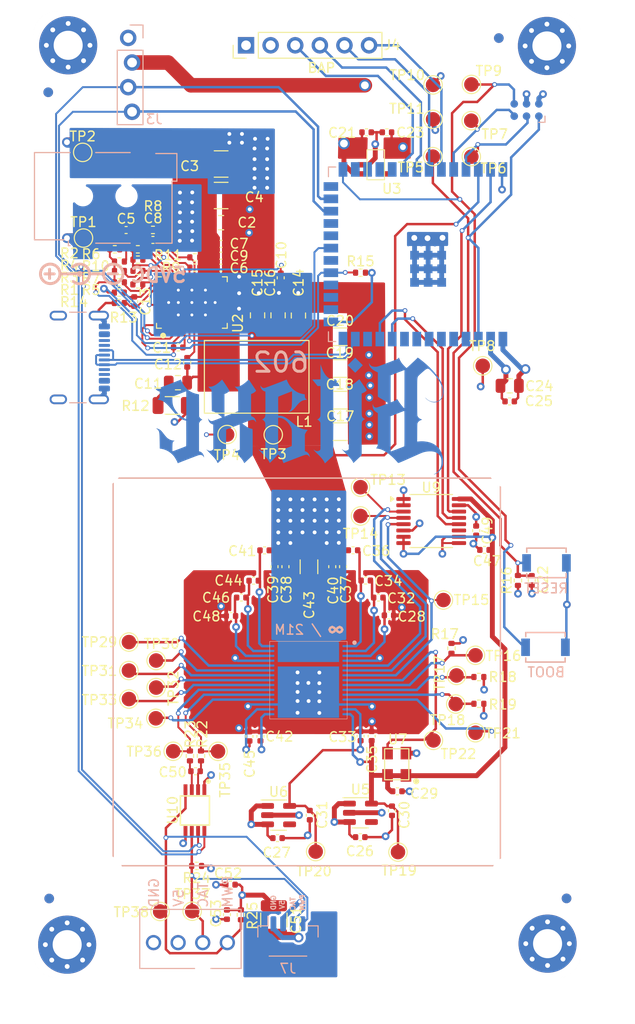
<source format=kicad_pcb>
(kicad_pcb (version 20240108) (generator "pcbnew") (generator_version "8.0")
  (layers (0 "F.Cu" signal) (1 "In1.Cu" signal) (2 "In2.Cu" signal) (31 "B.Cu" signal) (34 "B.Paste" user) (35 "F.Paste" user) (36 "B.SilkS" user "B.Silkscreen") (37 "F.SilkS" user "F.Silkscreen") (38 "B.Mask" user) (39 "F.Mask" user) (44 "Edge.Cuts" user))
  (net 0 "")
  (net 1 "GND")
  (net 2 "/VDD")
  (net 3 "/ESP32/EN")
  (net 4 "/5V")
  (net 5 "/3V3")
  (net 6 "/TX")
  (net 7 "/RX")
  (net 8 "/RST")
  (net 9 "unconnected-(J7-MountPin-PadMP)")
  (net 10 "/SCL")
  (net 11 "/Fan/FAN_PWM")
  (net 12 "/Power/SW")
  (net 13 "/ESP32/USB_D+")
  (net 14 "/ESP32/USB_D-")
  (net 15 "Net-(U2-DRTN)")
  (net 16 "Net-(U2-BP1V5)")
  (net 17 "Net-(U2-AVIN)")
  (net 18 "Net-(U2-EN{slash}UVLO)")
  (net 19 "/ESP32/P_TX")
  (net 20 "/ESP32/P_RX")
  (net 21 "/ESP32/IO0")
  (net 22 "Net-(U2-VDD5)")
  (net 23 "/Power/PGOOD")
  (net 26 "/SDA")
  (net 27 "Net-(U2-BOOT)")
  (net 28 "Net-(U2-VOSNS)")
  (net 29 "Net-(U2-GOSNS)")
  (net 30 "Net-(U8-VDDIO_12_1)")
  (net 31 "Net-(U8-VDDIO_08_1)")
  (net 32 "Net-(J4-Pin_3)")
  (net 33 "Net-(J4-Pin_6)")
  (net 34 "Net-(J4-Pin_5)")
  (net 35 "Net-(J4-Pin_4)")
  (net 42 "Net-(U2-MSEL1)")
  (net 43 "Net-(U2-MSEL2)")
  (net 44 "Net-(U2-ADRSEL)")
  (net 45 "Net-(U2-VSEL)")
  (net 46 "Net-(U8-ROSC_SEL)")
  (net 47 "Net-(U8-LITE_PAD)")
  (net 48 "Net-(U8-INV_CLKO)")
  (net 53 "/Fan/TEMP_N")
  (net 54 "/Fan/TEMP_P")
  (net 57 "/Power/AGND")
  (net 69 "/Power/PMB_ALRT")
  (net 76 "Net-(C11-Pad1)")
  (net 77 "/Fan/TEMP_DP")
  (net 78 "/Fan/TEMP_DN")
  (net 81 "/BM1370/VDD3_0")
  (net 82 "/BM1370/1V2")
  (net 83 "/BM1370/0V8")
  (net 84 "/BM1370/VDD2_0")
  (net 85 "/BM1370/VDD1_0")
  (net 86 "/BM1370/VDD1_1")
  (net 87 "/BM1370/VDD2_1")
  (net 88 "/BM1370/VDD3_1")
  (net 89 "/BM1370/BI")
  (net 90 "/BM1370/RST_N")
  (net 91 "/BM1370/CI")
  (net 92 "/BM1370/RO")
  (net 93 "/BM1370/CLKI")
  (net 94 "/BM1370/NRSTO")
  (net 95 "/BM1370/CO")
  (net 96 "/BM1370/RI")
  (net 97 "/BM1370/CLKO")
  (net 98 "/BM1370/BO")
  (net 99 "/BM1370/PIN_MODE")
  (net 100 "/Fan/FAN_TACH")
  (footprint "Capacitor_SMD:C_1206_3216Metric" (layer "F.Cu") (at 108.91 81.12)
    (property "Reference" "C20")
    (property "Value" "100uF")
  )
  (footprint "Capacitor_SMD:C_0805_2012Metric" (layer "F.Cu") (at 100.36 78.91 90)
    (property "Reference" "C15")
    (property "Value" "22uF")
  )
  (footprint "Capacitor_SMD:C_1210_3225Metric" (layer "F.Cu") (at 102.045 141.29 -90)
    (property "Reference" "C51")
    (property "Value" "47uF")
  )
  (footprint "TestPoint:TestPoint_Pad_D1.5mm" (layer "F.Cu") (at 114.86 134.28)
    (property "Reference" "TP19")
    (property "Value" "TestPoint")
  )
  (footprint "Capacitor_SMD:C_0402_1005Metric" (layer "F.Cu") (at 96.57 72.76)
    (property "Reference" "C9")
    (property "Value" "2200pF")
  )
  (footprint "Fiducial:Fiducial_1mm_Mask2mm" (layer "F.Cu") (at 125.2728 50.292)
    (property "Reference" "FID2" (hide yes))
    (property "Value" "Fiducial")
  )
  (footprint "Fiducial:Fiducial_1mm_Mask2mm" (layer "F.Cu") (at 132.2578 139.065)
    (property "Reference" "FID4" (hide yes))
    (property "Value" "Fiducial")
  )
  (footprint "Fiducial:Fiducial_1mm_Mask2mm" (layer "F.Cu") (at 78.8416 139.065)
    (property "Reference" "FID3" (hide yes))
    (property "Value" "Fiducial")
  )
  (footprint "bitaxe:NetTie-0.25mm" (layer "F.Cu") (at 90.825 77.85)
    (property "Reference" "T1" (hide yes))
    (property "Value" "net-tie" (hide yes))
  )
  (footprint "Capacitor_SMD:C_0402_1005Metric" (layer "F.Cu") (at 101.09 103.154 180)
    (property "Reference" "C41")
    (property "Value" "1uF")
  )
  (footprint "TestPoint:TestPoint_Pad_D1.5mm" (layer "F.Cu") (at 122.86 121.97)
    (property "Reference" "TP21")
    (property "Value" "TestPoint")
  )
  (footprint "TestPoint:TestPoint_Pad_D1.5mm" (layer "F.Cu") (at 120.82 119.01)
    (property "Reference" "TP18")
    (property "Value" "TestPoint")
  )
  (footprint "Capacitor_SMD:C_0402_1005Metric" (layer "F.Cu") (at 100.655438 122.33 90)
    (property "Reference" "C42")
    (property "Value" "1uF")
  )
  (footprint "TestPoint:TestPoint_Pad_D1.5mm" (layer "F.Cu") (at 123.61 84.12)
    (property "Reference" "TP8")
    (property "Value" "TestPoint")
  )
  (footprint "Capacitor_SMD:C_0402_1005Metric" (layer "F.Cu") (at 108.0724 104.84 -90)
    (property "Reference" "C40")
    (property "Value" "1uF")
  )
  (footprint "Resistor_SMD:R_0402_1005Metric" (layer "F.Cu") (at 94.52 124.36 -90)
    (property "Reference" "R23")
    (property "Value" "100" (hide yes))
  )
  (footprint "Capacitor_SMD:C_0402_1005Metric" (layer "F.Cu") (at 98.681 108.024 180)
    (property "Reference" "C46")
    (property "Value" "1uF")
  )
  (footprint "bitaxe:HeatsinkMountingHole_3mm" (layer "F.Cu") (at 84.71 94.91)
    (property "Reference" "H6" (hide yes))
    (property "Value" "MountingHole")
  )
  (footprint "Capacitor_SMD:C_0402_1005Metric" (layer "F.Cu") (at 102.11 104.84 -90)
    (property "Reference" "C39")
    (property "Value" "1uF")
  )
  (footprint "Resistor_SMD:R_1206_3216Metric" (layer "F.Cu") (at 91.55 88.21 180)
    (property "Reference" "R12")
    (property "Value" "1")
  )
  (footprint "Capacitor_SMD:C_0402_1005Metric" (layer "F.Cu") (at 87.63 77.49 -90)
    (property "Reference" "C13")
    (property "Value" "100pF")
  )
  (footprint "Capacitor_SMD:C_0805_2012Metric" (layer "F.Cu") (at 104.58 78.93 90)
    (property "Reference" "C14")
    (property "Value" "22uF")
  )
  (footprint "Package_TO_SOT_SMD:SOT-23-5" (layer "F.Cu") (at 102.53 130.47)
    (property "Reference" "U6")
    (property "Value" "MCP1824T-0802E")
  )
  (footprint "Resistor_SMD:R_0402_1005Metric" (layer "F.Cu") (at 86.1 75.5)
    (property "Reference" "R1")
    (property "Value" "8.25k")
  )
  (footprint "TestPoint:TestPoint_Pad_D1.5mm" (layer "F.Cu") (at 110.99 96.64)
    (property "Reference" "TP13")
    (property "Value" "TestPoint")
  )
  (footprint "TestPoint:TestPoint_Pad_D1.5mm" (layer "F.Cu") (at 93.61 140.38)
    (property "Reference" "TP37")
    (property "Value" "TestPoint")
  )
  (footprint "TestPoint:TestPoint_Pad_D1.5mm" (layer "F.Cu") (at 96.28 123.89)
    (property "Reference" "TP35")
    (property "Value" "TestPoint" (hide yes))
  )
  (footprint "Resistor_SMD:R_0402_1005Metric" (layer "F.Cu") (at 89.56 70.1 180)
    (property "Reference" "R8")
    (property "Value" "3.74k")
  )
  (footprint "Resistor_SMD:R_0402_1005Metric" (layer "F.Cu") (at 93.88 72.93 180)
    (property "Reference" "R11")
    (property "Value" "10")
  )
  (footprint "Capacitor_SMD:C_1206_3216Metric" (layer "F.Cu") (at 108.91 87.66)
    (property "Reference" "C18")
    (property "Value" "100uF")
  )
  (footprint "TestPoint:TestPoint_Pad_D1.5mm" (layer "F.Cu") (at 90.3 140.41)
    (property "Reference" "TP38")
    (property "Value" "TestPoint")
  )
  (footprint "TestPoint:TestPoint_Pad_D1.5mm" (layer "F.Cu") (at 87.08 118.492)
    (property "Reference" "TP33")
    (property "Value" "TestPoint")
  )
  (footprint "TestPoint:TestPoint_Pad_D1.5mm" (layer "F.Cu") (at 101.98 91.23)
    (property "Reference" "TP3")
    (property "Value" "TestPoint")
  )
  (footprint "Capacitor_SMD:C_0805_2012Metric" (layer "F.Cu") (at 126.39 86.18)
    (property "Reference" "C24")
    (property "Value" "10uF")
  )
  (footprint "TestPoint:TestPoint_Pad_D1.5mm" (layer "F.Cu") (at 122.44 55.09)
    (property "Reference" "TP9")
    (property "Value" "TestPoint")
  )
  (footprint "bitaxe:HeatsinkMountingHole_3mm" (layer "F.Cu") (at 126.06 136.36)
    (property "Reference" "H5" (hide yes))
    (property "Value" "MountingHole")
  )
  (footprint "Capacitor_SMD:C_0805_2012Metric" (layer "F.Cu") (at 102.48 78.91 90)
    (property "Reference" "C16")
    (property "Value" "22uF")
  )
  (footprint "Capacitor_SMD:C_0402_1005Metric" (layer "F.Cu") (at 99.525438 122.34 90)
    (property "Reference" "C45")
    (property "Value" "1uF")
  )
  (footprint "Capacitor_SMD:C_0402_1005Metric" (layer "F.Cu") (at 102.75 75.04 -90)
    (property "Reference" "C10")
    (property "Value" "4.7uF")
  )
  (footprint "Resistor_SMD:R_0402_1005Metric" (layer "F.Cu") (at 85.62 72.1)
    (property "Reference" "R2")
    (property "Value" "~")
  )
  (footprint "Capacitor_SMD:C_0402_1005Metric" (layer "F.Cu") (at 112.14 122.31 90)
    (property "Reference" "C35")
    (property "Value" "1uF")
  )
  (footprint "Capacitor_SMD:C_1210_3225Metric" (layer "F.Cu") (at 96.6 66.55)
    (property "Reference" "C4")
    (property "Value" "47uF")
  )
  (footprint "Capacitor_SMD:C_0402_1005Metric" (layer "F.Cu") (at 96.57 74)
    (property "Reference" "C6")
    (property "Value" "4700pF")
  )
  (footprint "Capacitor_SMD:C_0402_1005Metric" (layer "F.Cu") (at 126.39 87.79)
    (property "Reference" "C25")
    (property "Value" "0.1uF")
  )
  (footprint "bitaxe:SMD3225-4P" (layer "F.Cu") (at 114.73 125.22 90)
    (property "Reference" "U7")
    (property "Value" "25MHz")
  )
  (footprint "Capacitor_SMD:C_0402_1005Metric" (layer "F.Cu") (at 102.42 132.84)
    (property "Reference" "C27")
    (property "Value" "1uF")
  )
  (footprint "bitaxe:MountingHole_3mm_Pad_Via" (layer "F.Cu") (at 130.23501 51.12099)
    (property "Reference" "H1" (hide yes))
    (property "Value" "MountingHole_Pad")
  )
  (footprint "TestPoint:TestPoint_Pad_D1.5mm" (layer "F.Cu") (at 97.22 91.21)
    (property "Reference" "TP4")
    (property "Value" "TestPoint")
  )
  (footprint "Resistor_SMD:R_0402_1005Metric" (layer "F.Cu") (at 88.01 74.32 180)
    (property "Reference" "R7")
    (property "Value" "~")
  )
  (footprint "TestPoint:TestPoint_Pad_D1.5mm" (layer "F.Cu") (at 118.48 58.69)
    (property "Reference" "TP11")
    (property "Value" "TestPoint")
  )
  (footprint "Capacitor_SMD:C_0402_1005Metric" (layer "F.Cu") (at 114.79 128.01 180)
    (property "Reference" "C29")
    (property "Value" "0.1uF")
  )
  (footprint "Fiducial:Fiducial_1mm_Mask2mm" (layer "F.Cu") (at 78.74 55.9054)
    (property "Reference" "FID1" (hide yes))
    (property "Value" "Fiducial")
  )
  (footprint "Capacitor_SMD:C_0402_1005Metric" (layer "F.Cu") (at 93.1 83.76 -90)
    (property "Reference" "C12")
    (property "Value" "0.1uF")
  )
  (footprint "TestPoint:TestPoint_Pad_D1.5mm" (layer "F.Cu") (at 110.99 99.61)
    (property "Reference" "TP14")
    (property "Value" "TestPoint")
  )
  (footprint "Resistor_SMD:R_0402_1005Metric" (layer "F.Cu") (at 123.21 118.98 180)
    (property "Reference" "R19")
    (property "Value" "1k")
  )
  (footprint "TestPoint:TestPoint_Pad_D1.5mm" (layer "F.Cu") (at 118.46 62.54)
    (property "Reference" "TP5")
    (property "Value" "TestPoint")
  )
  (footprint "TestPoint:TestPoint_Pad_D1.5mm" (layer "F.Cu") (at 91.65 123.88)
    (property "Reference" "TP36")
    (property "Value" "TestPoint" (hide yes))
  )
  (footprint "Capacitor_SMD:C_1206_3216Metric" (layer "F.Cu") (at 105.67 104.85 -90)
    (property "Reference" "C43")
    (property "Value" "100uF")
  )
  (footprint "TestPoint:TestPoint_Pad_D1.5mm" (layer "F.Cu") (at 119.55 108.28)
    (property "Reference" "TP15")
    (property "Value" "TestPoint")
  )
  (footprint "TestPoint:TestPoint_Pad_D1.5mm" (layer "F.Cu") (at 118.52 122.76)
    (property "Reference" "TP22")
    (property "Value" "TestPoint")
  )
  (footprint "Resistor_SMD:R_0402_1005Metric" (layer "F.Cu") (at 98.64 140.75 90)
    (property "Reference" "R25")
    (property "Value" "10k")
  )
  (footprint "Capacitor_SMD:C_0402_1005Metric" (layer "F.Cu") (at 128.67 106.25 -90)
    (property "Reference" "C22")
    (property "Value" "1uF")
  )
  (footprint "Package_SO:TSSOP-8_3x3mm_P0.65mm" (layer "F.Cu") (at 93.895 129.99 -90)
    (property "Reference" "U10")
    (property "Value" "EMC2101")
  )
  (footprint "Capacitor_SMD:C_0402_1005Metric" (layer "F.Cu") (at 89.56 71.13 180)
    (property "Reference" "C8")
    (property "Value" "0.1uF")
  )
  (footprint "Resistor_SMD:R_0402_1005Metric" (layer "F.Cu") (at 88 75.72)
    (property "Reference" "R5")
    (property "Value" "14.7k")
  )
  (footprint "Resistor_SMD:R_0402_1005Metric" (layer "F.Cu") (at 88 72.1 180)
    (property "Reference" "R6")
    (property "Value" "0")
  )
  (footprint "TestPoint:TestPoint_Pad_D1.5mm" (layer "F.Cu") (at 87.08 112.616)
    (property "Reference" "TP29")
    (property "Value" "TestPoint")
  )
  (footprint "Package_TO_SOT_SMD:SOT-23-5" (layer "F.Cu") (at 110.981 130.229)
    (property "Reference" "U5")
    (property "Value" "MCP1824T-1202E/OT")
  )
  (footprint "bitaxe:MountingHole_3mm_Pad_Via" (layer "F.Cu") (at 130.302 143.728)
    (property "Reference" "H3" (hide yes))
    (property "Value" "MountingHole_Pad")
  )
  (footprint "Capacitor_SMD:C_0402_1005Metric" (layer "F.Cu") (at 122.93 101.12 -90)
    (property "Reference" "C49")
    (property "Value" "0.1uF")
  )
  (footprint "TestPoint:TestPoint_Pad_D1.5mm" (layer "F.Cu") (at 82.31 62.1)
    (property "Reference" "TP2")
    (property "Value" "TestPoint")
  )
  (footprint "Resistor_SMD:R_0402_1005Metric" (layer "F.Cu") (at 93.89 73.99 180)
    (property "Reference" "R9")
    (property "Value" "11.8k")
  )
  (footprint "Capacitor_SMD:C_0402_1005Metric" (layer "F.Cu") (at 103.24 104.84 -90)
    (property "Reference" "C38")
    (property "Value" "0.1uF")
  )
  (footprint "Capacitor_SMD:C_0402_1005Metric" (layer "F.Cu") (at 113.72 60.03 180)
    (property "Reference" "C23")
    (property "Value" "1uF")
  )
  (footprint "TestPoint:TestPoint_Pad_D1.5mm" (layer "F.Cu") (at 122.43 62.54)
    (property "Reference" "TP6")
    (property "Value" "TestPoint")
  )
  (footprint "Capacitor_SMD:C_1206_3216Metric" (layer "F.Cu") (at 108.91 84.4)
    (property "Reference" "C19")
    (property "Value" "100uF")
  )
  (footprint "Resistor_SMD:R_0402_1005Metric" (layer "F.Cu") (at 86.1 73.36)
    (property "Reference" "R4")
    (property "Value" "~")
  )
  (footprint "Resistor_SMD:R_0402_1005Metric" (layer "F.Cu") (at 120.38 113.26 -90)
    (property "Reference" "R17")
    (property "Value" "10k")
  )
  (footprint "Capacitor_SMD:C_0402_1005Metric" (layer "F.Cu") (at 96.59 71.54)
    (property "Reference" "C7")
    (property "Value" "1uF")
  )
  (footprint "Connector_PinHeader_2.54mm:PinHeader_1x06_P2.54mm_Vertical" (layer "F.Cu") (at 99.171505 51.054 90)
    (property "Reference" "J4")
    (property "Value" "Conn_01x06")
  )
  (footprint "TestPoint:TestPoint_Pad_D1.5mm" (layer "F.Cu") (at 122.86 113.98)
    (property "Reference" "TP16")
    (property "Value" "TestPoint")
  )
  (footprint "TestPoint:TestPoint_Pad_D1.5mm" (layer "F.Cu") (at 89.86 120.48)
    (property "Reference" "TP34")
    (property "Value" "TestPoint")
  )
  (footprint "bitaxe:MountingHole_3mm_Pad_Via" (layer "F.Cu") (at 80.70501 143.83099)
    (property "Reference" "H4" (hide yes))
    (property "Value" "MountingHole_Pad")
  )
  (footprint "TestPoint:TestPoint_Pad_D1.5mm" (layer "F.Cu") (at 82.39 70.94)
    (property "Reference" "TP1")
    (property "Value" "TestPoint")
  )
  (footprint "Resistor_SMD:R_0402_1005Metric" (layer "F.Cu") (at 86.09 77.64 180)
    (property "Reference" "R13")
    (property "Value" "49.9")
  )
  (footprint "Capacitor_SMD:C_0402_1005Metric" (layer "F.Cu") (at 97.2 140.73 -90)
    (property "Reference" "C53")
    (property "Value" "0.1uF")
  )
  (footprint "bitaxe:HeatsinkMountingHole_3.5mm" (layer "F.Cu") (at 84.71 136.36)
    (property "Reference" "H8" (hide yes))
    (property "Value" "MountingHole")
  )
  (footprint "Capacitor_SMD:C_0402_1005Metric" (layer "F.Cu") (at 97.61 109.925 180)
    (property "Reference" "C48")
    (property "Value" "1uF")
  )
  (footprint "Capacitor_SMD:C_0402_1005Metric" (layer "F.Cu") (at 113.93 109.86 180)
    (property "Reference" "C28")
    (property "Value" "1uF")
  )
  (footprint "Package_SO:TSSOP-16_4.4x5mm_P0.65mm" (layer "F.Cu") (at 118.29 100.13)
    (property "Reference" "U9")
    (property "Value" "SN74AVC4T774")
  )
  (footprint "Resistor_SMD:R_0402_1005Metric" (layer "F.Cu") (at 94.07 135.71)
    (property "Reference" "R24")
    (property "Value" "5.6k")
  )
  (footprint "Capacitor_SMD:C_0402_1005Metric" (layer "F.Cu") (at 86.79 70.11)
    (property "Reference" "C5")
    (property "Value" "1uF")
  )
  (footprint "Capacitor_SMD:C_0402_1005Metric" (layer "F.Cu") (at 111.53 106.266 180)
    (property "Reference" "C34")
    (property "Value" "1uF")
  )
  (footprint "Resistor_SMD:R_0402_1005Metric" (layer "F.Cu") (at 93.38 124.36 90)
    (property "Reference" "R22")
    (property "Value" "100" (hide yes))
  )
  (footprint "bitaxe:SLC1175-271MEC_COC" (layer "F.Cu") (at 100.27 85.255)
    (property "Reference" "L1")
    (property "Value" "300nH")
  )
  (footprint "Capacitor_SMD:C_1206_3216Metric" (layer "F.Cu") (at 108.89 90.91)
    (property "Reference" "C17")
    (property "Value" "100uF")
  )
  (footprint "Capacitor_SMD:C_0402_1005Metric" (layer "F.Cu") (at 110.961 132.739)
    (property "Reference" "C26")
    (property "Value" "1uF")
  )
  (footprint "Capacitor_SMD:C_0402_1005Metric" (layer "F.Cu") (at 123.79 103.11 180)
    (property "Reference" "C47")
    (property "Value" "0.1uF")
  )
  (footprint "Capacitor_SMD:C_0402_1005Metric" (layer "F.Cu") (at 111 122.31 90)
    (property "Reference" "C33")
    (property "Value" "1uF")
  )
  (footprint "bitaxe:MountingHole_3mm_Pad_Via" (layer "F.Cu") (at 80.808 51.054)
    (property "Reference" "H2" (hide yes))
    (property "Value" "MountingHole_Pad")
  )
  (footprint "Capacitor_SMD:C_0402_1005Metric" (layer "F.Cu") (at 109.19 104.84 -90)
    (property "Reference" "C37")
    (property "Value" "0.1uF")
  )
  (footprint "Capacitor_SMD:C_0402_1005Metric" (layer "F.Cu") (at 92.17 82.22 180)
    (property "Reference" "C1")
    (property "Value" "1uF")
  )
  (footprint "Resistor_SMD:R_0402_1005Metric" (layer "F.Cu") (at 123.21 116.22 180)
    (property "Reference" "R18")
    (property "Value" "1k")
  )
  (footprint "Capacitor_SMD:C_0402_1005Metric" (layer "F.Cu") (at 110.215 103.146 180)
    (property "Reference" "C36")
    (property "Value" "1uF")
  )
  (footprint "TestPoint:TestPoint_Pad_D1.5mm" (layer "F.Cu") (at 106.36 134.23 180)
    (property "Reference" "TP20")
    (property "Value" "TestPoint")
  )
  (footprint "MountingHole:MountingHole_3.5mm" (layer "F.Cu") (at 126.06 94.91)
    (property "Reference" "H7" (hide yes))
    (property "Value" "MountingHole")
  )
  (footprint "TestPoint:TestPoint_Pad_D1.5mm" (layer "F.Cu") (at 120.9 116.06)
    (property "Reference" "TP17")
    (property "Value" "TestPoint")
  )
  (footprint "TestPoint:TestPoint_Pad_D1.5mm" (layer "F.Cu") (at 89.89 114.52)
    (property "Reference" "TP30")
    (property "Value" "TestPoint")
  )
  (footprint "Resistor_SMD:R_0402_1005Metric" (layer "F.Cu") (at 110.99 74.51)
    (property "Reference" "R15")
    (property "Value" "10k")
  )
  (footprint "bitaxe:LQFN40-CLIP" (layer "F.Cu") (at 93.58 77.59 90)
    (property "Reference" "U2")
    (property "Value" "TPS546D24ARVFR")
  )
  (footprint "Capacitor_SMD:C_1210_3225Metric" (layer "F.Cu") (at 96.6 63.3)
    (property "Reference" "C3")
    (property "Value" "47uF")
  )
  (footprint "Resistor_SMD:R_0402_1005Metric" (layer "F.Cu") (at 86.1 74.33)
    (property "Reference" "R3")
    (property "Value" "~")
  )
  (footprint "Capacitor_SMD:C_0402_1005Metric" (layer "F.Cu") (at 93.96 125.94 180)
    (property "Reference" "C50")
    (property "Value" "470pF" (hide yes))
  )
  (footprint "Resistor_SMD:R_0402_1005Metric" (layer "F.Cu") (at 88.01 73.17 180)
    (property "Reference" "R10")
    (property "Value" "68.1k")
  )
  (footprint "Capacitor_SMD:C_0402_1005Metric" (layer "F.Cu") (at 112.83 108.026 180)
    (property "Reference" "C32")
    (property "Value" "1uF")
  )
  (footprint "Resistor_SMD:R_0402_1005Metric" (layer "F.Cu") (at 127.24 106.26 90)
    (property "Reference" "R16")
    (property "Value" "10k")
  )
  (footprint "Capacitor_SMD:C_0402_1005Metric" (layer "F.Cu") (at 97.56 137.64 180)
    (property "Reference" "C52")
    (property "Value" "0.1uF")
  )
  (footprint "Capacitor_SMD:C_0805_2012Metric" (layer "F.Cu") (at 92.14 85.86)
    (property "Reference" "C11")
    (property "Value" "1000pF")
  )
  (footprint "Capacitor_SMD:C_0402_1005Metric" (layer "F.Cu") (at 111.62 60.03)
    (property "Reference" "C21")
    (property "Value" "1uF")
  )
  (footprint "TestPoint:TestPoint_Pad_D1.5mm" (layer "F.Cu") (at 87.08 115.554)
    (property "Reference" "TP31")
    (property "Value" "TestPoint")
  )
  (footprint "TestPoint:TestPoint_Pad_D1.5mm" (layer "F.Cu") (at 122.42 58.83)
    (property "Reference" "TP7")
    (property "Value" "TestPoint")
  )
  (footprint "TestPoint:TestPoint_Pad_D1.5mm" (layer "F.Cu") (at 89.89 117.31)
    (property "Reference" "TP32")
    (property "Value" "TestPoint")
  )
  (footprint "Resistor_SMD:R_0402_1005Metric" (layer "F.Cu") (at 86.09 76.57)
    (property "Reference" "R14")
    (property "Value" "49.9")
  )
  (footprint "Capacitor_SMD:C_0402_1005Metric" (layer "F.Cu") (at 114.24 130.02 -90)
    (property "Reference" "C30")
    (property "Value" "1uF")
  )
  (footprint "Capacitor_SMD:C_0805_2012Metric" (layer "F.Cu") (at 96.6 69.35)
    (property "Reference" "C2")
    (property "Value" "10uF")
  )
  (footprint "Capacitor_SMD:C_0402_1005Metric" (layer "F.Cu") (at 99.961 106.284 180)
    (property "Reference" "C44")
    (property "Value" "1uF")
  )
  (footprint "bitaxe:RT9080-33GJ5" (layer "F.Cu") (at 112.563 63.38)
    (property "Reference" "U3")
    (property "Value" "RT9080-33GJ5")
  )
  (footprint "TestPoint:TestPoint_Pad_D1.5mm" (layer "F.Cu") (at 118.48 55.14)
    (property "Reference" "TP10")
    (property "Value" "TestPoint")
  )
  (footprint "Capacitor_SMD:C_0402_1005Metric" (layer "F.Cu") (at 105.75 130.47 -90)
    (property "Reference" "C31")
    (property "Value" "1uF")
  )
  (footprint "bitaxe:470531000" (layer "B.Cu") (at 89.621 143.622)
    (property "Reference" "J6" (hide yes))
    (property "Value" "Conn_01x04")
  )
  (footprint "bitaxe:PinHeader_1x04_P2.54mm_Vertical_shifted" (layer "B.Cu") (at 87.205 50.292 180)
    (property "Reference" "J3")
    (property "Value" "Conn_01x04")
  )
  (footprint "Fiducial:Fiducial_1mm_Mask2mm" (layer "B.Cu") (at 132.26 139.06 180)
    (property "Reference" "FID7" (hide yes))
    (property "Value" "Fiducial")
  )
  (footprint "bitaxe:USB_C_Receptacle_GCT_USB4105-xx-A" (layer "B.Cu") (at 80.865 83.26 90)
    (property "Reference" "J5" (hide yes))
    (property "Value" "USB_C_Receptacle_USB2.0")
  )
  (footprint "bitaxe:ESP32-S3-WROOM-1" (layer "B.Cu") (at 117.43 72.61 90)
    (property "Reference" "U4" (hide yes))
    (property "Value" "ESP32-S3-WROOM-1")
  )
  (footprint "bitaxe:Tag-Connect_TC2030-IDC-NL_2x03_P1.27mm_Vertical" (layer "B.Cu") (at 128.13 57.73 180)
    (property "Reference" "J2" (hide yes))
    (property "Value" "TC2030-IDC")
  )
  (footprint "bitaxe:BM1370" (layer "B.Cu") (at 105.610562 116.546 180)
    (property "Reference" "U8" (hide yes))
    (property "Value" "BM1370_mode1")
  )
  (footprint "bitaxe:logo" (layer "B.Cu") (at 105.131305 89.685804 180)
    (property "Reference" "G***" (hide yes))
    (property "Value" "LOGO" (hide yes))
  )
  (footprint "bitaxe:logo-fcu" (layer "B.Cu") (at 105.131305 89.685804 180)
    (property "Reference" "G***" (hide yes))
    (property "Value" "LOGO" (hide yes))
  )
  (footprint "Fiducial:Fiducial_1mm_Mask2mm" (layer "B.Cu") (at 78.85 139.07 180)
    (property "Reference" "FID8" (hide yes))
    (property "Value" "Fiducial")
  )
  (footprint "bitaxe:TENSILITY_54-00164" (layer "B.Cu") (at 84.58 66.62 90)
    (property "Reference" "J1" (hide yes))
    (property "Value" "54-00164")
  )
  (footprint "bitaxe:SW_CS1213AGF260_CRS" (layer "B.Cu") (at 130.186 104.448 180)
    (property "Reference" "SW1" (hide yes))
    (property "Value" "GT-TC029B-H025-L1N")
  )
  (footprint "bitaxe:polarity" (layer "B.Cu") (at 81.994918 74.631416 180)
    (property "Reference" "U1" (hide yes))
    (property "Value" "~")
  )
  (footprint "Fiducial:Fiducial_1mm_Mask2mm" (layer "B.Cu") (at 125.27 50.31 180)
    (property "Reference" "FID5" (hide yes))
    (property "Value" "Fiducial")
  )
  (footprint "bitaxe:SW_CS1213AGF260_CRS" (layer "B.Cu") (at 130.082 113.155 180)
    (property "Reference" "SW2" (hide yes))
    (property "Value" "GT-TC029B-H025-L1N")
  )
  (footprint "Fiducial:Fiducial_1mm_Mask2mm" (layer "B.Cu") (at 78.75 55.9 180)
    (property "Reference" "FID6" (hide yes))
    (property "Value" "Fiducial")
  )
  (footprint "Connector_JST:JST_SH_BM04B-SRSS-TB_1x04-1MP_P1.00mm_Vertical" (layer "B.Cu") (at 103.5 143)
    (property "Reference" "J7")
    (property "Value" "Conn_01x04")
  )
  (gr_rect (start 85.45 95.7) (end 125.43 135.69) (stroke (width 0.15)) (fill none) (layer "B.SilkS"))
  (gr_line (start 79.729 47.522) (end 131.192 47.522) (stroke (width 0.001)) (layer "Edge.Cuts"))
  (gr_arc (start 133.732 144.744) (mid 132.988051 146.540051) (end 131.192 147.284) (stroke (width 0.001)) (layer "Edge.Cuts"))
  (gr_arc (start 131.192 47.522) (mid 132.988051 48.265949) (end 133.732 50.062) (stroke (width 0.001)) (layer "Edge.Cuts"))
  (gr_arc (start 77.189 50.062) (mid 77.932949 48.265949) (end 79.729 47.522) (stroke (width 0.001)) (layer "Edge.Cuts"))
  (gr_line (start 131.192 147.284) (end 79.729 147.284) (stroke (width 0.001)) (layer "Edge.Cuts"))
  (gr_line (start 133.732 50.062) (end 133.732 144.744) (stroke (width 0.001)) (layer "Edge.Cuts"))
  (gr_arc (start 79.729 147.284) (mid 77.932949 146.540051) (end 77.189 144.744) (stroke (width 0.001)) (layer "Edge.Cuts"))
  (gr_line (start 77.189 144.744) (end 77.189 50.062) (stroke (width 0.001)) (layer "Edge.Cuts"))
  (gr_text "TAC" (at 104 139.6 90) (layer "B.SilkS") (effects (font (size 0.5 0.5) (thickness 0.125)) (justify mirror)))
  (gr_text "/ 21M" (at 104.53 111.34 0) (layer "B.SilkS") (effects (font (size 1 1)) (justify mirror)))
  (gr_text "5V" (at 92.209 139.018 90) (layer "B.SilkS") (effects (font (size 1 1)) (justify mirror)))
  (gr_text "5VDC" (at 93.18 75.63 0) (layer "B.SilkS") (effects (font (size 1.5 1.5) (thickness 0.3) (bold yes)) (justify left bottom mirror)))
  (gr_text "602" (at 105.83 84.94 0) (layer "B.SilkS") (effects (font (size 2 2) (thickness 0.3)) (justify left bottom mirror)))
  (gr_text "GND" (at 102 139.5 90) (layer "B.SilkS") (effects (font (size 0.5 0.5) (thickness 0.125)) (justify mirror)))
  (gr_text "PWM" (at 97.265 138.363 90) (layer "B.SilkS") (effects (font (size 1 1)) (justify mirror)))
  (gr_text "5V" (at 102.9 139.7 90) (layer "B.SilkS") (effects (font (size 0.5 0.5) (thickness 0.125)) (justify mirror)))
  (gr_text "∞" (at 108.45 111.19 0) (layer "B.SilkS") (effects (font (size 2 2) (thickness 0.25)) (justify mirror)))
  (gr_text "TAC" (at 94.7325 138.696333 90) (layer "B.SilkS") (effects (font (size 1 1)) (justify mirror)))
  (gr_text "GND" (at 89.6675 138.482048 90) (layer "B.SilkS") (effects (font (size 1 1)) (justify mirror)))
  (gr_text "PWM" (at 105 139.5 90) (layer "B.SilkS") (effects (font (size 0.5 0.5) (thickness 0.125)) (justify mirror)))
  (gr_text "BAP" (at 105.43 53.97 0) (layer "F.SilkS") (effects (font (size 1 1)) (justify left bottom)))
  (segment (start 112.64 61.122) (end 112.512 61.25) (width 0.2) (layer "F.Cu") (net 1))
  (segment (start 111.18505 63.38) (end 111.18905 63.376) (width 0.508) (layer "F.Cu") (net 1))
  (segment (start 104.265 142.765) (end 102.045 142.765) (width 0.508) (layer "F.Cu") (net 1))
  (segment (start 127.34 85.13) (end 127.34 86.18) (width 0.508) (layer "F.Cu") (net 1))
  (segment (start 85.58 77.64) (end 84.68 77.64) (width 0.254) (layer "F.Cu") (net 1))
  (segment (start 119.775 101.755) (end 121.1525 101.755) (width 0.254) (layer "F.Cu") (net 1))
  (segment (start 97.2 141.21) (end 96.08 141.21) (width 0.254) (layer "F.Cu") (net 1))
  (segment (start 118.48 55.01) (end 119.27 54.22) (width 0.254) (layer "F.Cu") (net 1))
  (segment (start 123.31 103.11) (end 123.29 103.11) (width 0.254) (layer "F.Cu") (net 1))
  (segment (start 121.1525 102.405) (end 119.445 102.405) (width 0.2) (layer "F.Cu") (net 1))
  (segment (start 111.18905 63.376) (end 111.824 63.376) (width 0.508) (layer "F.Cu") (net 1))
  (segment (start 119.445 102.405) (end 119.44 102.41) (width 0.2) (layer "F.Cu") (net 1))
  (segment (start 123.72 116.22) (end 123.72 117.5) (width 0.254) (layer "F.Cu") (net 1))
  (segment (start 119.44 102.09) (end 119.775 101.755) (width 0.254) (layer "F.Cu") (net 1))
  (segment (start 80.68 61.05) (end 81.26 61.05) (width 1) (layer "F.Cu") (net 1))
  (segment (start 115.69 124.08) (end 115.68 124.07) (width 0.508) (layer "F.Cu") (net 1))
  (segment (start 121.23 112.75) (end 121.58 112.4) (width 0.254) (layer "F.Cu") (net 1))
  (segment (start 101.3925 130.47) (end 104.64 130.47) (width 0.508) (layer "F.Cu") (net 1))
  (segment (start 83.85 87.7) (end 83.97 87.58) (width 0.508) (layer "F.Cu") (net 1))
  (segment (start 95.09 91.21) (end 95.08 91.22) (width 0.2) (layer "F.Cu") (net 1))
  (segment (start 116.05 128.01) (end 115.44 128.01) (width 0.254) (layer "F.Cu") (net 1))
  (segment (start 120.38 112.75) (end 121.23 112.75) (width 0.254) (layer "F.Cu") (net 1))
  (segment (start 115.44 98.4925) (end 115.4275 98.505) (width 0.2) (layer "F.Cu") (net 1))
  (segment (start 83.97 78.35) (end 83.97 78.94) (width 0.254) (layer "F.Cu") (net 1))
  (segment (start 123.72 120.22) (end 123.71 120.23) (width 0.254) (layer "F.Cu") (net 1))
  (segment (start 84.68 77.64) (end 83.97 78.35) (width 0.254) (layer "F.Cu") (net 1))
  (segment (start 118.48 55.14) (end 118.48 55.01) (width 0.254) (layer "F.Cu") (net 1))
  (segment (start 112.65 60.03) (end 112.65 61.112) (width 0.254) (layer "F.Cu") (net 1))
  (segment (start 126.87 87.79) (end 127.26 87.4) (width 0.254) (layer "F.Cu") (net 1))
  (segment (start 112.1 60.03) (end 112.65 60.03) (width 0.254) (layer "F.Cu") (net 1))
  (segment (start 123.29 103.11) (end 122.64 102.46) (width 0.254) (layer "F.Cu") (net 1))
  (segment (start 119.44 103.51) (end 119.44 102.41) (width 0.254) (layer "F.Cu") (net 1))
  (segment (start 111.441 132.739) (end 113.491 132.739) (width 0.254) (layer "F.Cu") (net 1))
  (segment (start 128.02 84.45) (end 127.34 85.13) (width 0.508) (layer "F.Cu") (net 1))
  (segment (start 97.22 91.21) (end 95.09 91.21) (width 0.2) (layer "F.Cu") (net 1))
  (segment (start 102.9 132.84) (end 105.25 132.84) (width 0.254) (layer "F.Cu") (net 1))
  (segment (start 109.8525 130.22) (end 109.8435 130.229) (width 0.508) (layer "F.Cu") (net 1))
  (segment (start 128.67 106.73) (end 128.67 107.6) (width 0.254) (layer "F.Cu") (net 1))
  (segment (start 96.08 141.21) (end 96.07 141.2) (width 0.254) (layer "F.Cu") (net 1))
  (segment (start 115.4275 101.105) (end 116.345 101.105) (width 0.254) (layer "F.Cu") (net 1))
  (segment (start 92.92 133.13) (end 92.68 133.37) (width 0.254) (layer "F.Cu") (net 1))
  (segment (start 114.24 131.99) (end 113.58 132.65) (width 0.254) (layer "F.Cu") (net 1))
  (segment (start 123.72 118.98) (end 123.72 120.22) (width 0.254) (layer "F.Cu") (net 1))
  (segment (start 112.65 61.112) (end 112.512 61.25) (width 0.254) (layer "F.Cu") (net 1))
  (segment (start 105.25 132.84) (end 105.54 132.55) (width 0.254) (layer "F.Cu") (net 1))
  (segment (start 114.24 130.5) (end 114.24 131.99) (width 0.254) (layer "F.Cu") (net 1))
  (segment (start 113.491 132.739) (end 113.58 132.65) (width 0.254) (layer "F.Cu") (net 1))
  (segment (start 91.79 89.91) (end 92.1125 89.91) (width 0.254) (layer "F.Cu") (net 1))
  (segment (start 115.4225 101.11) (end 115.4275 101.105) (width 0.254) (layer "F.Cu") (net 1))
  (segment (start 122.93 101.6) (end 122.93 102.17) (width 0.254) (layer "F.Cu") (net 1))
  (segment (start 105.75 132.34) (end 105.54 132.55) (width 0.254) (layer "F.Cu") (net 1))
  (segment (start 81.26 61.05) (end 82.31 62.1) (width 1) (layer "F.Cu") (net 1))
  (segment (start 127.26 87.4) (end 127.26 86.26) (width 0.254) (layer "F.Cu") (net 1))
  (segment (start 112.512 62.688) (end 112.512 61.25) (width 0.508) (layer "F.Cu") (net 1))
  (segment (start 109.175 105.69) (end 109.06 105.69) (width 0.2) (layer "F.Cu") (net 1))
  (segment (start 112.65 60.03) (end 113.24 60.03) (width 0.254) (layer "F.Cu") (net 1))
  (segment (start 115.44 97.8425) (end 115.4275 97.855) (width 0.254) (layer "F.Cu") (net 1))
  (segment (start 92.1125 89.91) (end 93.1825 88.84) (width 0.254) (layer "F.Cu") (net 1))
  (segment (start 127.26 86.26) (end 127.34 86.18) (width 0.254) (layer "F.Cu") (net 1))
  (segment (start 128.67 107.6) (end 128.69 107.62) (width 0.2) (layer "F.Cu") (net 1))
  (segment (start 97.07 137.65) (end 97.08 137.64) (width 0.254) (layer "F.Cu") (net 1))
  (segment (start 115.44 96.94) (end 115.44 98.4925) (width 0.2) (layer "F.Cu") (net 1))
  (segment (start 113.18 130.22) (end 109.8525 130.22) (width 0.508) (layer "F.Cu") (net 1))
  (segment (start 104.6 143.1) (end 104.265 142.765) (width 0.508) (layer "F.Cu") (net 1))
  (segment (start 92.92 132.14) (end 92.92 133.13) (width 0.254) (layer "F.Cu") (net 1))
  (segment (start 119.44 102.41) (end 119.44 102.09) (width 0.254) (layer "F.Cu") (net 1))
  (segment (start 122.93 102.17) (end 122.64 102.46) (width 0.254) (layer "F.Cu") (net 1))
  (segment (start 105.75 130.95) (end 105.75 132.34) (width 0.254) (layer "F.Cu") (net 1))
  (segment (start 116.77 124.08) (end 115.69 124.08) (width 0.508) (layer "F.Cu") (net 1))
  (segment (start 123.72 117.5) (end 123.75 117.53) (width 0.254) (layer "F.Cu") (net 1))
  (segment (start 96.07 137.65) (end 97.07 137.65) (width 0.254) (layer "F.Cu") (net 1))
  (segment (start 116.345 101.105) (end 117.09 100.36) (width 0.254) (layer "F.Cu") (net 1))
  (segment (start 111.824 63.376) (end 112.512 62.688) (width 0.508) (layer "F.Cu") (net 1))
  (via (at 105.61 116.83) (size 0.8) (drill 0.4) (layers "F.Cu" "B.Cu") (net 1))
  (via (at 112.18 119.26) (size 0.8) (drill 0.4) (layers "F.Cu" "B.Cu") (net 1))
  (via (at 113.58 132.65) (size 0.8) (drill 0.4) (layers "F.Cu" "B.Cu") (net 1))
  (via (at 98.05 114.26) (size 0.8) (drill 0.4) (layers "F.Cu" "B.Cu") (net 1))
  (via (at 104.49 118.7) (size 0.8) (drill 0.4) (layers "F.Cu" "B.Cu") (net 1))
  (via (at 100.05 61.7) (size 0.8) (drill 0.4) (layers "F.Cu" "B.Cu") (net 1))
  (via (at 112.18 120.8) (size 0.8) (drill 0.4) (layers "F.Cu" "B.Cu") (net 1))
  (via (at 101.35 62.8) (size 0.8) (drill 0.4) (layers "F.Cu" "B.Cu") (net 1))
  (via (at 106.74 119.93) (size 0.8) (drill 0.4) (layers "F.Cu" "B.Cu") (net 1))
  (via (at 97.45 60.2) (size 0.8) (drill 0.4) (layers "F.Cu" "B.Cu") (net 1))
  (via (at 111.9 87.4) (size 0.8) (drill 0.4) (layers "F.Cu" "B.Cu") (net 1))
  (via (at 106.74 118.72) (size 0.8) (drill 0.4) (layers "F.Cu" "B.Cu") (net 1))
  (via (at 104.64 130.47) (size 0.8) (drill 0.4) (layers "F.Cu" "B.Cu") (net 1))
  (via (at 105.54 132.55) (size 0.8) (drill 0.4) (layers "F.Cu" "B.Cu") (net 1))
  (via (at 100.05 65.75) (size 0.8) (drill 0.4) (layers "F.Cu" "B.Cu") (net 1))
  (via (at 116.54 70.92) (size 1) (drill 0.6) (layers "F.Cu" "B.Cu") (net 1))
  (via (at 125.6 65.94) (size 0.8) (drill 0.4) (layers "F.Cu" "B.Cu") (net 1))
  (via (at 116.77 124.08) (size 0.8) (drill 0.4) (layers "F.Cu" "B.Cu") (net 1))
  (via (at 106.74 117.78) (size 0.8) (drill 0.4) (layers "F.Cu" "B.Cu") (net 1))
  (via (at 95.08 91.22) (size 0.5) (drill 0.3) (layers "F.Cu" "B.Cu") (net 1))
  (via (at 104.49 117.76) (size 0.8) (drill 0.4) (layers "F.Cu" "B.Cu") (net 1))
  (via (at 105.63 118.7) (size 0.8) (drill 0.4) (layers "F.Cu" "B.Cu") (net 1))
  (via (at 115.26 109.04) (size 0.8) (drill 0.4) (layers "F.Cu" "B.Cu") (net 1))
  (via (at 123.75 117.53) (size 0.8) (drill 0.4) (layers "F.Cu" "B.Cu") (net 1))
  (via (at 111.9 89.05) (size 0.8) (drill 0.4) (layers "F.Cu" "B.Cu") (net 1))
  (via (at 101.4 60.7) (size 0.8) (drill 0.4) (layers "F.Cu" "B.Cu") (net 1))
  (via (at 100.05 63.8) (size 0.8) (drill 0.4) (layers "F.Cu" "B.Cu") (net 1))
  (via (at 100.1 60.7) (size 0.8) (drill 0.4) (layers "F.Cu" "B.Cu") (net 1))
  (via (at 106.74 116.86) (size 0.8) (drill 0.4) (layers "F.Cu" "B.Cu") (net 1))
  (via (at 98.45 78.23) (size 0.8) (drill 0.4) (layers "F.Cu" "B.Cu") (net 1))
  (via (at 96.07 137.65) (size 0.8) (drill 0.4) (layers "F.Cu" "B.Cu") (net 1))
  (via (at 116.05 128.01) (size 0.8) (drill 0.4) (layers "F.Cu" "B.Cu") (net 1))
  (via (at 104.49 119.91) (size 0.8) (drill 0.4) (layers "F.Cu" "B.Cu") (net 1))
  (via (at 119.27 54.22) (size 0.8) (drill 0.4) (layers "F.Cu" "B.Cu") (net 1))
  (via (at 128.13 56.09) (size 0.8) (drill 0.4) (layers "F.Cu" "B.Cu") (net 1))
  (via (at 112.98 114.27) (size 0.8) (drill 0.4) (layers "F.Cu" "B.Cu") (net 1))
  (via (at 80.68 61.05) (size 1) (drill 0.6) (layers "F.Cu" "B.Cu") (net 1))
  (via (at 104.6 143.1) (size 1) (drill 0.6) (layers "F.Cu" "B.Cu") (net 1))
  (via (at 99.55 67.97) (size 0.8) (drill 0.4) (layers "F.Cu" "B.Cu") (net 1))
  (via (at 101.35 63.8) (size 0.8) (drill 0.4) (layers "F.Cu" "B.Cu") (net 1))
  (via (at 91.79 89.91) (size 0.8) (drill 0.4) (layers "F.Cu" "B.Cu") (net 1))
  (via (at 112 86.15) (size 0.8) (drill 0.4) (layers "F.Cu" "B.Cu") (net 1))
  (via (at 117.09 100.36) (size 0.8) (drill 0.4) (layers "F.Cu" "B.Cu") (net 1))
  (via (at 121.58 112.4) (size 0.8) (drill 0.4) (layers "F.Cu" "B.Cu") (net 1))
  (via (at 101.35 61.7) (size 0.8) (drill 0.4) (layers "F.Cu" "B.Cu") (net 1))
  (via (at 111.86 83) (size 0.8) (drill 0.4) (layers "F.Cu" "B.Cu") (net 1))
  (via (at 111.85 85.1) (size 0.8) (drill 0.4) (layers "F.Cu" "B.Cu") (net 1))
  (via (at 98.75 61.1) (size 0.8) (drill 0.4) (layers "F.Cu" "B.Cu") (net 1))
  (via (at 122.64 102.46) (size 0.8) (drill 0.4) (layers "F.Cu" "B.Cu") (net 1))
  (via (at 96.07 141.2) (size 0.8) (drill 0.4) (layers "F.Cu" "B.Cu") (net 1))
  (via (at 113.18 130.22) (size 0.8) (drill 0.4) (layers "F.Cu" "B.Cu") (net 1))
  (via (at 117.91 70.95) (size 1) (drill 0.6) (layers "F.Cu" "B.Cu") (net 1))
  (via (at 119.44 103.51) (size 0.8) (drill 0.4) (layers "F.Cu" "B.Cu") (net 1))
  (via (at 99.37 119.24) (size 0.8) (drill 0.4) (layers "F.Cu" "B.Cu") (net 1))
  (via (at 111.9 90.2) (size 0.8) (drill 0.4) (layers "F.Cu" "B.Cu") (net 1))
  (via (at 97.45 61.1) (size 0.8) (drill 0.4) (layers "F.Cu" "B.Cu") (net 1))
  (via (at 123.71 120.23) (size 0.8) (drill 0.4) (layers "F.Cu" "B.Cu") (net 1))
  (via (at 111.9 91.4) (size 0.8) (drill 0.4) (layers "F.Cu" "B.Cu") (net 1))
  (via (at 100.05 64.75) (size 0.8) (drill 0.4) (layers "F.Cu" "B.Cu") (net 1))
  (via (at 96.6 108.92) (size 0.8) (drill 0.4) (layers "F.Cu" "B.Cu") (net 1))
  (via (at 104.49 115.746) (size 0.8) (drill 0.4) (layers "F.Cu" "B.Cu") (net 1))
  (via (at 100.49 76.62) (size 0.8) (drill 0.4) (layers "F.Cu" "B.Cu") (net 1))
  (via (at 100.05 62.8) (size 0.8) (drill 0.4) (layers "F.Cu" "B.Cu") (net 1))
  (via (at 98.46 76.63) (size 0.8) (drill 0.4) (layers "F.Cu" "B.Cu") (net 1))
  (via (at 99.49 70.39) (size 0.8) (drill 0.4) (layers "F.Cu" "B.Cu") (net 1))
  (via (at 98.44 121.49) (size 0.8) (drill 0.4) (layers "F.Cu" "B.Cu") (net 1))
  (via (at 92.68 133.37) (size 0.8) (drill 0.4) (layers "F.Cu" "B.Cu") (net 1))
  (via (at 128.69 107.62) (size 0.8) (drill 0.4) (layers "F.Cu" "B.Cu") (net 1))
  (via (at 112.512 61.25) (size 0.8) (drill 0.4) (layers "F.Cu" "B.Cu") (net 1))
  (via (at 104.49 116.84) (size 0.8) (drill 0.4) (layers "F.Cu" "B.Cu") (net 1))
  (via (at 104.56 76.6) (size 0.8) (drill 0.4) (layers "F.Cu" "B.Cu") (net 1))
  (via (at 119.454234 70.914234) (size 1) (drill 0.6) (layers "F.Cu" "B.Cu") (net 1))
  (via (at 128.02 84.45) (size 1) (drill 0.6) (layers "F.Cu" "B.Cu") (net 1))
  (via (at 101.35 64.75) (size 0.8) (drill 0.4) (layers "F.Cu" "B.Cu") (net 1))
  (via (at 106.74 115.766) (size 0.8) (drill 0.4) (layers "F.Cu" "B.Cu") (net 1))
  (via (at 115.44 96.94) (size 0.8) (drill 0.4) (layers "F.Cu" "B.Cu") (net 1))
  (via (at 98.75 60.2) (size 0.8) (drill 0.4) (layers "F.Cu" "B.Cu") (net 1))
  (via (at 102.57 76.6) (size 0.8) (drill 0.4) (layers "F.Cu" "B.Cu") (net 1))
  (via (at 101.35 65.75) (size 0.8) (drill 0.4) (layers "F.Cu" "B.Cu") (net 1))
  (via (at 132.297 108.743) (size 0.8) (drill 0.4) (layers "F.Cu" "B.Cu") (net 1))
  (via (at 98.46 74.92) (size 0.8) (drill 0.4) (layers "F.Cu" "B.Cu") (net 1))
  (segment (start 102.930816 143.1) (end 102 142.169184) (width 0.508) (layer "B.Cu") (net 1))
  (segment (start 112.712 114.538) (end 109.526562 114.538) (width 0.254) (layer "B.Cu") (net 1))
  (segment (start 132.345 104.448) (end 132.345 108.695) (width 0.254) (layer "B.Cu") (net 1))
  (segment (start 100.051 114.541) (end 100.054 114.538) (width 0.254) (layer "B.Cu") (net 1))
  (segment (start 125.69 82.48) (end 125.69 81.36) (width 0.508) (layer "B.Cu") (net 1))
  (segment (start 132.241 108.799) (end 132.297 108.743) (width 0.254) (layer "B.Cu") (net 1))
  (segment (start 125.6 65.94) (end 125.6 63.95) (width 0.254) (layer "B.Cu") (net 1))
  (segment (start 80.68 61.05) (end 80.75 61.12) (width 1) (layer "B.Cu") (net 1))
  (segment (start 112.98 114.27) (end 112.712 114.538) (width 0.254) (layer "B.Cu") (net 1))
  (segment (start 117.91 70.95) (end 117.97 71.01) (width 0.254) (layer "B.Cu") (net 1))
  (segment (start 132.345 108.695) (end 132.297 108.743) (width 0.254) (layer "B.Cu") (net 1))
  (segment (start 104.6 143.1) (end 102.930816 143.1) (width 0.508) (layer "B.Cu") (net 1))
  (segment (start 99.37 119.24) (end 99.554 119.056) (width 0.254) (layer "B.Cu") (net 1))
  (segment (start 128.02 84.45) (end 127.66 84.45) (width 0.508) (layer "B.Cu") (net 1))
  (segment (start 128.13 56.09) (end 128.13 57.095) (width 0.508) (layer "B.Cu") (net 1))
  (segment (start 100.054 114.538) (end 101.694562 114.538) (width 0.254) (layer "B.Cu") (net 1))
  (segment (start 127.66 84.45) (end 125.69 82.48) (width 0.508) (layer "B.Cu") (net 1))
  (segment (start 112.18 119.26) (end 111.976 119.056) (width 0.254) (layer "B.Cu") (net 1))
  (segment (start 80.75 61.12) (end 82.33 61.12) (width 1) (layer "B.Cu") (net 1))
  (segment (start 84.545 79.515) (end 83.97 78.94) (width 0.508) (layer "B.Cu") (net 1))
  (segment (start 84.545 80.06) (end 84.545 79.515) (width 0.508) (layer "B.Cu") (net 1))
  (segment (start 98.331 114.541) (end 100.051 114.541) (width 0.254) (layer "B.Cu") (net 1))
  (segment (start 125.6 63.95) (end 125.69 63.86) (width 0.254) (layer "B.Cu") (net 1))
  (segment (start 132.241 113.155) (end 132.241 108.799) (width 0.254) (layer "B.Cu") (net 1))
  (segment (start 111.976 119.056) (end 108.526562 119.056) (width 0.254) (layer "B.Cu") (net 1))
  (segment (start 84.545 86.46) (end 84.545 87.005) (width 0.508) (layer "B.Cu") (net 1))
  (segment (start 98.05 114.26) (end 98.331 114.541) (width 0.254) (layer "B.Cu") (net 1))
  (segment (start 102 142.169184) (end 102 141.675) (width 0.508) (layer "B.Cu") (net 1))
  (segment (start 119.454234 70.914234) (end 119.37 70.998468) (width 0.254) (layer "B.Cu") (net 1))
  (segment (start 99.554 119.056) (end 102.683562 119.056) (width 0.254) (layer "B.Cu") (net 1))
  (segment (start 84.545 87.005) (end 83.97 87.58) (width 0.508) (layer "B.Cu") (net 1))
  (segment (start 120.84 69.5) (end 115.8 69.5) (width 0.254) (layer "F.Cu") (net 2))
  (segment (start 114.57 70.73) (end 114.57 92.19) (width 0.254) (layer "F.Cu") (net 2))
  (segment (start 84.91 76.57) (end 84.5 76.16) (width 0.2) (layer "F.Cu") (net 2))
  (segment (start 114.57 92.19) (end 113.42 93.34) (width 0.254) (layer "F.Cu") (net 2))
  (segment (start 115.8 69.5) (end 114.57 70.73) (width 0.254) (layer "F.Cu") (net 2))
  (segment (start 85.58 76.57) (end 84.91 76.57) (width 0.2) (layer "F.Cu") (net 2))
  (segment (start 113.42 93.34) (end 107.51 93.34) (width 0.254) (layer "F.Cu") (net 2))
  (segment (start 120.85 69.51) (end 120.84 69.5) (width 0.254) (layer "F.Cu") (net 2))
  (via (at 102.5 101.3) (size 0.8) (drill 0.4) (layers "F.Cu" "B.Cu") (net 2))
  (via (at 103.75 100.1) (size 0.8) (drill 0.4) (layers "F.Cu" "B.Cu") (net 2))
  (via (at 120.85 69.51) (size 0.5) (drill 0.3) (layers "F.Cu" "B.Cu") (net 2))
  (via (at 105 99) (size 0.8) (drill 0.4) (layers "F.Cu" "B.Cu") (net 2))
  (via (at 106.25 99) (size 0.8) (drill 0.4) (layers "F.Cu" "B.Cu") (net 2))
  (via (at 102.5 97.9) (size 0.8) (drill 0.4) (layers "F.Cu" "B.Cu") (net 2))
  (via (at 107.5 101.3) (size 0.8) (drill 0.4) (layers "F.Cu" "B.Cu") (net 2))
  (via (at 84.5 76.16) (size 0.8) (drill 0.4) (layers "F.Cu" "B.Cu") (net 2))
  (via (at 107.5 97.9) (size 0.8) (drill 0.4) (layers "F.Cu" "B.Cu") (net 2))
  (via (at 108.75 97.88) (size 0.8) (drill 0.4) (layers "F.Cu" "B.Cu") (net 2))
  (via (at 102.5 99) (size 0.8) (drill 0.4) (layers "F.Cu" "B.Cu") (net 2))
  (via (at 106.25 100.1) (size 0.8) (drill 0.4) (layers "F.Cu" "B.Cu") (net 2))
  (via (at 103.75 99) (size 0.8) (drill 0.4) (layers "F.Cu" "B.Cu") (net 2))
  (via (at 108.75 101.28) (size 0.8) (drill 0.4) (layers "F.Cu" "B.Cu") (net 2))
  (via (at 107.5 99) (size 0.8) (drill 0.4) (layers "F.Cu" "B.Cu") (net 2))
  (via (at 108.75 102.38) (size 0.8) (drill 0.4) (layers "F.Cu" "B.Cu") (net 2))
  (via (at 103.75 101.3) (size 0.8) (drill 0.4) (layers "F.Cu" "B.Cu") (net 2))
  (via (at 103.75 97.9) (size 0.8) (drill 0.4) (layers "F.Cu" "B.Cu") (net 2))
  (via (at 102.5 100.1) (size 0.8) (drill 0.4) (layers "F.Cu" "B.Cu") (net 2))
  (via (at 106.25 97.9) (size 0.8) (drill 0.4) (layers "F.Cu" "B.Cu") (net 2))
  (via (at 99.78 81.02) (size 0.5) (drill 0.3) (layers "F.Cu" "B.Cu") (net 2))
  (via (at 107.5 100.1) (size 0.8) (drill 0.4) (layers "F.Cu" "B.Cu") (net 2))
  (via (at 106.25 101.3) (size 0.8) (drill 0.4) (layers "F.Cu" "B.Cu") (net 2))
  (via (at 108.75 98.98) (size 0.8) (drill 0.4) (layers "F.Cu" "B.Cu") (net 2))
  (via (at 105 97.9) (size 0.8) (drill 0.4) (layers "F.Cu" "B.Cu") (net 2))
  (via (at 105 101.3) (size 0.8) (drill 0.4) (layers "F.Cu" "B.Cu") (net 2))
  (via (at 108.75 100.08) (size 0.8) (drill 0.4) (layers "F.Cu" "B.Cu") (net 2))
  (via (at 102.5 102.4) (size 0.8) (drill 0.4) (layers "F.Cu" "B.Cu") (net 2))
  (via (at 107.5 102.4) (size 0.8) (drill 0.4) (layers "F.Cu" "B.Cu") (net 2))
  (via (at 103.75 102.4) (size 0.8) (drill 0.4) (layers "F.Cu" "B.Cu") (net 2))
  (via (at 105 100.1) (size 0.8) (drill 0.4) (layers "F.Cu" "B.Cu") (net 2))
  (segment (start 92.27 81.77) (end 93.04 81) (width 0.2) (layer "B.Cu") (net 2))
  (segment (start 120.87 69.51) (end 123.15 67.23) (width 0.254) (layer "B.Cu") (net 2))
  (segment (start 102.690562 114.04) (end 102.694562 114.036) (width 0.254) (layer "B.Cu") (net 2))
  (segment (start 99.76 81) (end 99.78 81.02) (width 0.2) (layer "B.Cu") (net 2))
  (segment (start 87.9 80.96) (end 88.71 81.77) (width 0.2) (layer "B.Cu") (net 2))
  (segment (start 123.15 67.23) (end 123.15 63.86) (width 0.254) (layer "B.Cu") (net 2))
  (segment (start 84.75 76.16) (end 87.9 79.31) (width 0.2) (layer "B.Cu") (net 2))
  (segment (start 120.85 69.51) (end 120.87 69.51) (width 0.254) (layer "B.Cu") (net 2))
  (segment (start 84.5 76.16) (end 84.75 76.16) (width 0.2) (layer "B.Cu") (net 2))
  (segment (start 87.9 79.31) (end 87.9 80.96) (width 0.2) (layer "B.Cu") (net 2))
  (segment (start 88.71 81.77) (end 92.27 81.77) (width 0.2) (layer "B.Cu") (net 2))
  (segment (start 93.04 81) (end 99.76 81) (width 0.2) (layer "B.Cu") (net 2))
  (segment (start 128.67 105.77) (end 127.26 105.77) (width 0.254) (layer "F.Cu") (net 3))
  (segment (start 122.1013 68.9113) (end 122.1013 70.905) (width 0.254) (layer "F.Cu") (net 3))
  (segment (start 127.26 105.77) (end 127.24 105.75) (width 0.254) (layer "F.Cu") (net 3))
  (segment (start 127.228 105.738) (end 127.24 105.75) (width 0.254) (layer "F.Cu") (net 3))
  (segment (start 118.46 65.27) (end 122.1013 68.9113) (width 0.254) (layer "F.Cu") (net 3))
  (segment (start 120.6 82.79) (end 122.1013 81.2887) (width 0.254) (layer "F.Cu") (net 3))
  (segment (start 120.6 95.06) (end 120.6 82.79) (width 0.254) (layer "F.Cu") (net 3))
  (segment (start 125.44 102.66) (end 125.44 99.9) (width 0.254) (layer "F.Cu") (net 3))
  (segment (start 127.228 104.448) (end 125.44 102.66) (width 0.254) (layer "F.Cu") (net 3))
  (segment (start 125.44 99.9) (end 120.6 95.06) (width 0.254) (layer "F.Cu") (net 3))
  (segment (start 122.1013 81.2887) (end 122.1013 70.905) (width 0.254) (layer "F.Cu") (net 3))
  (segment (start 127.228 104.448) (end 127.228 105.738) (width 0.254) (layer "F.Cu") (net 3))
  (segment (start 118.46 62.54) (end 118.46 65.27) (width 0.254) (layer "F.Cu") (net 3))
  (via (at 122.1013 70.905) (size 0.5) (drill 0.3) (layers "F.Cu" "B.Cu") (net 3))
  (via (at 127.228 104.448) (size 0.5) (drill 0.3) (layers "F.Cu" "B.Cu") (net 3))
  (segment (start 127.675 61.485) (end 129.4 59.76) (width 0.254) (layer "B.Cu") (net 3))
  (segment (start 122.1013 70.8987) (end 126.54 66.46) (width 0.254) (layer "B.Cu") (net 3))
  (segment (start 123.16 71.9637) (end 122.1013 70.905) (width 0.254) (layer "B.Cu") (net 3))
  (segment (start 127.228 104.448) (end 128.027 104.448) (width 0.254) (layer "B.Cu") (net 3))
  (segment (start 126.54 66.46) (end 126.54 62.62) (width 0.254) (layer "B.Cu") (net 3))
  (segment (start 129.4 59.76) (end 129.4 58.365) (width 0.254) (layer "B.Cu") (net 3))
  (segment (start 126.54 62.62) (end 127.675 61.485) (width 0.254) (layer "B.Cu") (net 3))
  (segment (start 122.1013 70.905) (end 122.1013 70.8987) (width 0.254) (layer "B.Cu") (net 3))
  (segment (start 123.16 81.1336) (end 123.16 71.9637) (width 0.254) (layer "B.Cu") (net 3))
  (segment (start 98.5 137.64) (end 98.77 137.91) (width 0.254) (layer "F.Cu") (net 4))
  (segment (start 111.051 64.45385) (end 111.18505 64.3198) (width 0.254) (layer "F.Cu") (net 4))
  (segment (start 111.14 60.03) (end 111.14 60.85) (width 0.254) (layer "F.Cu") (net 4))
  (segment (start 99.71 130.06) (end 100.25 129.52) (width 0.508) (layer "F.Cu") (net 4))
  (segment (start 109.28 63.317) (end 110.2828 64.3198) (width 0.508) (layer "F.Cu") (net 4))
  (segment (start 98.64 140.24) (end 98.64 138.85) (width 0.254) (layer "F.Cu") (net 4))
  (segment (start 109.8435 132.4435) (end 109.8435 131.179) (width 0.254) (layer "F.Cu") (net 4))
  (segment (start 99.71 131.42) (end 99.71 130.06) (width 0.508) (layer "F.Cu") (net 4))
  (segment (start 98.77 137.91) (end 98.77 138.72) (width 0.254) (layer "F.Cu") (net 4))
  (segment (start 101.69 132.84) (end 101.3925 132.5425) (width 0.254) (layer "F.Cu") (net 4))
  (segment (start 99.71 131.42) (end 101.3925 131.42) (width 0.508) (layer "F.Cu") (net 4))
  (segment (start 97.2 140.25) (end 98.63 140.25) (width 0.254) (layer "F.Cu") (net 4))
  (segment (start 110.481 132.739) (end 110.139 132.739) (width 0.254) (layer "F.Cu") (net 4))
  (segment (start 98.63 140.25) (end 98.64 140.24) (width 0.254) (layer "F.Cu") (net 4))
  (segment (start 100.25 129.52) (end 101.3925 129.52) (width 0.508) (layer "F.Cu") (net 4))
  (segment (start 101.3925 132.5425) (end 101.3925 131.42) (width 0.254) (layer "F.Cu") (net 4))
  (segment (start 108.29 131.179) (end 108.29 129.73) (width 0.508) (layer "F.Cu") (net 4))
  (segment (start 98.64 138.85) (end 98.77 138.72) (width 0.254) (layer "F.Cu") (net 4))
  (segment (start 101.94 132.84) (end 101.69 132.84) (width 0.254) (layer "F.Cu") (net 4))
  (segment (start 108.29 129.73) (end 108.741 129.279) (width 0.508) (layer "F.Cu") (net 4))
  (segment (start 110.2828 64.3198) (end 111.18505 64.3198) (width 0.508) (layer "F.Cu") (net 4))
  (segment (start 102.045 139.815) (end 100.95 138.72) (width 0.508) (layer "F.Cu") (net 4))
  (segment (start 110.139 132.739) (end 109.8435 132.4435) (width 0.254) (layer "F.Cu") (net 4))
  (segment (start 100.95 138.72) (end 98.77 138.72) (width 0.508) (layer "F.Cu") (net 4))
  (segment (start 80.69 70.94) (end 80.68 70.95) (width 1) (layer "F.Cu") (net 4))
  (segment (start 108.29 131.179) (end 109.8435 131.179) (width 0.508) (layer "F.Cu") (net 4))
  (segment (start 111.14 60.85) (end 111.15 60.86) (width 0.254) (layer "F.Cu") (net 4))
  (segment (start 98.04 137.64) (end 98.5 137.64) (width 0.254) (layer "F.Cu") (net 4))
  (segment (start 108.741 129.279) (end 109.8435 129.279) (width 0.508) (layer "F.Cu") (net 4))
  (segment (start 82.39 70.94) (end 80.69 70.94) (width 1) (layer "F.Cu") (net 4))
  (segment (start 109.28 61.185155) (end 109.28 63.317) (width 0.508) (layer "F.Cu") (net 4))
  (via (at 93.62 68.28) (size 0.8) (drill 0.4) (layers "F.Cu" "B.Cu") (net 4))
  (via (at 92.35 66.25) (size 0.8) (drill 0.4) (layers "F.Cu" "B.Cu") (net 4))
  (via (at 93.6 69.25) (size 0.8) (drill 0.4) (layers "F.Cu" "B.Cu") (net 4))
  (via (at 93.6 71.2) (size 0.8) (drill 0.4) (layers "F.Cu" "B.Cu") (net 4))
  (via (at 92.35 68.3) (size 0.8) (drill 0.4) (layers "F.Cu" "B.Cu") (net 4))
  (via (at 109.28 61.185155) (size 1.2) (drill 0.8) (layers "F.Cu" "B.Cu") (net 4))
  (via (at 108.29 131.179) (size 0.8) (drill 0.4) (layers "F.Cu" "B.Cu") (net 4))
  (via (at 93.6 67.25) (size 0.8) (drill 0.4) (layers "F.Cu" "B.Cu") (net 4))
  (via (at 92.35 70.25) (size 0.8) (drill 0.4) (layers "F.Cu" "B.Cu") (net 4))
  (via (at 99.71 131.42) (size 0.8) (drill 0.4) (layers "F.Cu" "B.Cu") (net 4))
  (via (at 80.68 70.95) (size 1) (drill 0.6) (layers "F.Cu" "B.Cu") (net 4))
  (via (at 93.62 70.23) (size 0.8) (drill 0.4) (layers "F.Cu" "B.Cu") (net 4))
  (via (at 92.33 71.22) (size 0.8) (drill 0.4) (layers "F.Cu" "B.Cu") (net 4))
  (via (at 92.33 69.27) (size 0.8) (drill 0.4) (layers "F.Cu" "B.Cu") (net 4))
  (via (at 98.77 138.72) (size 0.8) (drill 0.4) (layers "F.Cu" "B.Cu") (net 4))
  (via (at 93.62 66.23) (size 0.8) (drill 0.4) (layers "F.Cu" "B.Cu") (net 4))
  (via (at 92.33 67.27) (size 0.8) (drill 0.4) (layers "F.Cu" "B.Cu") (net 4))
  (via (at 104.7 139.4) (size 0.5) (drill 0.3) (layers "F.Cu" "B.Cu") (net 4))
  (segment (start 103 141.675) (end 103 141.1) (width 0.508) (layer "B.Cu") (net 4))
  (segment (start 103 141.1) (end 104.7 139.4) (width 0.508) (layer "B.Cu") (net 4))
  (segment (start 81.16 70.95) (end 82.33 72.12) (width 1) (layer "B.Cu") (net 4))
  (segment (start 80.68 70.95) (end 81.16 70.95) (width 1) (layer "B.Cu") (net 4))
  (segment (start 126 84.5) (end 126.06 84.56) (width 0.508) (layer "F.Cu") (net 5))
  (segment (start 94.87 127.84) (end 94.87 127.02) (width 0.254) (layer "F.Cu") (net 5))
  (segment (start 91.132 52.832) (end 93.48 55.18) (width 1.5) (layer "F.Cu") (net 5))
  (segment (start 122.095 98.505) (end 122.93 99.34) (width 0.254) (layer "F.Cu") (net 5))
  (segment (start 125.91 87.79) (end 125.58 87.46) (width 0.254) (layer "F.Cu") (net 5))
  (segment (start 121.1525 98.505) (end 122.095 98.505) (width 0.254) (layer "F.Cu") (net 5))
  (segment (start 123.61 84.12) (end 123.61 86.044) (width 0.254) (layer "F.Cu") (net 5))
  (segment (start 127.25 106.78) (end 127.24 106.77) (width 0.254) (layer "F.Cu") (net 5))
  (segment (start 126 84.5) (end 126 85.62) (width 0.508) (layer "F.Cu") (net 5))
  (segment (start 111.5 74.51) (end 112.15 74.51) (width 0.254) (layer "F.Cu") (net 5))
  (segment (start 125.58 86.32) (end 125.44 86.18) (width 0.254) (layer "F.Cu") (net 5))
  (segment (start 125.58 87.46) (end 125.58 86.32) (width 0.254) (layer "F.Cu") (net 5))
  (segment (start 118.48 59.5686) (end 118.7114 59.8) (width 0.254) (layer "F.Cu") (net 5))
  (segment (start 93.48 55.18) (end 111.44 55.18) (width 1.5) (layer "F.Cu") (net 5))
  (segment (start 94.87 127.02) (end 95.56 126.33) (width 0.254) (layer "F.Cu") (net 5))
  (segment (start 114.2 60.03) (end 114.2 60.91) (width 0.254) (layer "F.Cu") (net 5))
  (segment (start 95.55 135.97) (end 95.29 135.71) (width 0.254) (layer "F.Cu") (net 5))
  (segment (start 118.48 58.69) (end 118.48 59.5686) (width 0.254) (layer "F.Cu") (net 5))
  (segment (start 91.132 52.832) (end 87.355 52.832) (width 1.5) (layer "F.Cu") (net 5))
  (segment (start 122.93 99.34) (end 122.93 99.7) (width 0.254) (layer "F.Cu") (net 5))
  (segment (start 123.61 86.044) (end 123.394 86.26) (width 0.254) (layer "F.Cu") (net 5))
  (segment (start 122.93 100.64) (end 122.93 99.7) (width 0.254) (layer "F.Cu") (net 5))
  (segment (start 95.29 135.71) (end 94.58 135.71) (width 0.254) (layer "F.Cu") (net 5))
  (segment (start 127.25 107.63) (end 127.25 106.78) (width 0.254) (layer "F.Cu") (net 5))
  (segment (start 112.15 74.51) (end 112.16 74.52) (width 0.254) (layer "F.Cu") (net 5))
  (segment (start 126 85.62) (end 125.44 86.18) (width 0.508) (layer "F.Cu") (net 5))
  (via (at 129.83 56.09) (size 0.8) (drill 0.4) (layers "F.Cu" "B.Cu") (net 5))
  (via (at 126 84.5) (size 1) (drill 0.6) (layers "F.Cu" "B.Cu") (net 5))
  (via (at 123.394 86.26) (size 0.8) (drill 0.4) (layers "F.Cu" "B.Cu") (net 5))
  (via (at 112.16 74.52) (size 0.8) (drill 0.4) (layers "F.Cu" "B.Cu") (net 5))
  (via (at 95.55 135.97) (size 0.8) (drill 0.4) (layers "F.Cu" "B.Cu") (net 5))
  (via (at 111.44 55.18) (size 1.2) (drill 0.8) (layers "F.Cu" "B.Cu") (net 5))
  (via (at 122.93 99.7) (size 0.8) (drill 0.4) (layers "F.Cu" "B.Cu") (net 5))
  (via (at 118.7114 59.8) (size 0.8) (drill 0.4) (layers "F.Cu" "B.Cu") (net 5))
  (via (at 127.25 107.63) (size 0.8) (drill 0.4) (layers "F.Cu" "B.Cu") (net 5))
  (via (at 115.37 61.56) (size 1) (drill 0.6) (layers "F.Cu" "B.Cu") (net 5))
  (via (at 95.56 126.33) (size 0.8) (drill 0.4) (layers "F.Cu" "B.Cu") (net 5))
  (segment (start 129.83 56.09) (end 129.4 56.52) (width 0.508) (layer "B.Cu") (net 5))
  (segment (start 129.4 56.52) (end 129.4 57.095) (width 0.508) (layer "B.Cu") (net 5))
  (segment (start 124.42 82.86) (end 124.42 81.36) (width 0.508) (layer "B.Cu") (net 5))
  (segment (start 107.93 79.595) (end 110.115 79.595) (width 0.254) (layer "B.Cu") (net 5))
  (segment (start 112.16 77.55) (end 112.16 74.52) (width 0.254) (layer "B.Cu") (net 5))
  (segment (start 126 84.5) (end 126 84.44) (width 0.508) (layer "B.Cu") (net 5))
  (segment (start 126 84.44) (end 124.42 82.86) (width 0.508) (layer "B.Cu") (net 5))
  (segment (start 110.115 79.595) (end 112.16 77.55) (width 0.254) (layer "B.Cu") (net 5))
  (segment (start 119.4742 82.3542) (end 119.4742 99.3042) (width 0.254) (layer "F.Cu") (net 6))
  (segment (start 119.975 99.805) (end 121.1525 99.805) (width 0.254) (layer "F.Cu") (net 6))
  (segment (start 116.38 79.25) (end 116.38 79.26) (width 0.254) (layer "F.Cu") (net 6))
  (segment (start 119.4742 99.3042) (end 119.975 99.805) (width 0.254) (layer "F.Cu") (net 6))
  (segment (start 116.38 79.26) (end 119.4742 82.3542) (width 0.254) (layer "F.Cu") (net 6))
  (via (at 116.38 79.25) (size 0.5) (drill 0.3) (layers "F.Cu" "B.Cu") (net 6))
  (segment (start 116.38 79.25) (end 114.84 79.25) (width 0.254) (layer "B.Cu") (net 6))
  (segment (start 114.26 79.83) (end 114.26 81.36) (width 0.254) (layer "B.Cu") (net 6))
  (segment (start 114.84 79.25) (end 114.26 79.83) (width 0.254) (layer "B.Cu") (net 6))
  (segment (start 119.795 100.455) (end 121.1525 100.455) (width 0.254) (layer "F.Cu") (net 7))
  (segment (start 115.58 78.42) (end 115.58 79.33) (width 0.254) (layer "F.Cu") (net 7))
  (segment (start 118.96 99.62) (end 119.795 100.455) (width 0.254) (layer "F.Cu") (net 7))
  (segment (start 115.58 79.33) (end 118.96 82.71) (width 0.254) (layer "F.Cu") (net 7))
  (segment (start 118.96 82.71) (end 118.96 99.62) (width 0.254) (layer "F.Cu") (net 7))
  (via (at 115.58 78.42) (size 0.5) (drill 0.3) (layers "F.Cu" "B.Cu") (net 7))
  (segment (start 114.28 78.42) (end 112.99 79.71) (width 0.254) (layer "B.Cu") (net 7))
  (segment (start 112.99 79.71) (end 112.99 81.36) (width 0.254) (layer "B.Cu") (net 7))
  (segment (start 115.58 78.42) (end 114.28 78.42) (width 0.254) (layer "B.Cu") (net 7))
  (segment (start 120.03 82.37) (end 120.03 99.01) (width 0.254) (layer "F.Cu") (net 8))
  (segment (start 121.476817 70.17) (end 121.41 70.236817) (width 0.254) (layer "F.Cu") (net 8))
  (segment (start 121.41 80.99) (end 120.03 82.37) (width 0.254) (layer "F.Cu") (net 8))
  (segment (start 121.41 70.236817) (end 121.41 80.99) (width 0.254) (layer "F.Cu") (net 8))
  (segment (start 120.03 99.01) (end 120.175 99.155) (width 0.254) (layer "F.Cu") (net 8))
  (segment (start 120.175 99.155) (end 121.1525 99.155) (width 0.254) (layer "F.Cu") (net 8))
  (via (at 121.476817 70.17) (size 0.5) (drill 0.3) (layers "F.Cu" "B.Cu") (net 8))
  (segment (start 121.476817 70.17) (end 124.42 67.226817) (width 0.254) (layer "B.Cu") (net 8))
  (segment (start 124.42 67.226817) (end 124.42 63.86) (width 0.254) (layer "B.Cu") (net 8))
  (segment (start 88.97 81.22) (end 89.07 81.32) (width 0.2) (layer "F.Cu") (net 10))
  (segment (start 94.39749 134.229617) (end 94.317599 134.229617) (width 0.2) (layer "F.Cu") (net 10))
  (segment (start 89.07 81.32) (end 91.31 81.32) (width 0.2) (layer "F.Cu") (net 10))
  (segment (start 94.87 133.757107) (end 94.39749 134.229617) (width 0.2) (layer "F.Cu") (net 10))
  (segment (start 94.87 132.14) (end 94.87 133.757107) (width 0.2) (layer "F.Cu") (net 10))
  (segment (start 91.31 81.32) (end 91.83 80.8) (width 0.2) (layer "F.Cu") (net 10))
  (segment (start 91.83 80.8) (end 91.83 80.09) (width 0.2) (layer "F.Cu") (net 10))
  (via (at 94.317599 134.229617) (size 0.5) (drill 0.3) (layers "F.Cu" "B.Cu") (net 10))
  (via (at 88.97 81.22) (size 0.5) (drill 0.3) (layers "F.Cu" "B.Cu") (net 10))
  (segment (start 81.43 74.66) (end 79.56 72.79) (width 0.2) (layer "B.Cu") (net 10))
  (segment (start 79.56 72.79) (end 79.56 58.13) (width 0.2) (layer "B.Cu") (net 10))
  (segment (start 79.56 58.13) (end 82.318 55.372) (width 0.2) (layer "B.Cu") (net 10))
  (segment (start 106.885 66.895) (end 106.61 66.62) (width 0.254) (layer "B.Cu") (net 10))
  (segment (start 88.97 81.22) (end 88.36 80.61) (width 0.2) (layer "B.Cu") (net 10))
  (segment (start 88.36 80.61) (end 88.36 78.75) (width 0.2) (layer "B.Cu") (net 10))
  (segment (start 88.36 78.75) (end 84.27 74.66) (width 0.2) (layer "B.Cu") (net 10))
  (segment (start 94.027216 134.52) (end 90.49 134.52) (width 0.2) (layer "B.Cu") (net 10))
  (segment (start 82.318 55.372) (end 87.005 55.372) (width 0.2) (layer "B.Cu") (net 10))
  (segment (start 107.93 66.895) (end 106.885 66.895) (width 0.254) (layer "B.Cu") (net 10))
  (segment (start 94.317599 134.229617) (end 94.027216 134.52) (width 0.2) (layer "B.Cu") (net 10))
  (segment (start 81.89 125.92) (end 81.89 74.66) (width 0.2) (layer "B.Cu") (net 10))
  (segment (start 106.61 66.62) (end 106.61 59.449183) (width 0.254) (layer "B.Cu") (net 10))
  (segment (start 81.89 74.66) (end 81.43 74.66) (width 0.2) (layer "B.Cu") (net 10))
  (segment (start 84.27 74.66) (end 81.89 74.66) (width 0.2) (layer "B.Cu") (net 10))
  (segment (start 90.49 134.52) (end 81.89 125.92) (width 0.2) (layer "B.Cu") (net 10))
  (segment (start 106.61 59.449183) (end 102.532817 55.372) (width 0.254) (layer "B.Cu") (net 10))
  (segment (start 102.532817 55.372) (end 87.355 55.372) (width 0.254) (layer "B.Cu") (net 10))
  (segment (start 90.9 144.09) (end 90.9 132.8) (width 0.254) (layer "F.Cu") (net 11))
  (segment (start 90.9 144.1716) (end 90.9 144.09) (width 0.254) (layer "F.Cu") (net 11))
  (segment (start 98.64 142.223) (end 97.241 143.622) (width 0.254) (layer "F.Cu") (net 11))
  (segment (start 96.153 144.71) (end 97.241 143.622) (width 0.254) (layer "F.Cu") (net 11))
  (segment (start 89.8 140.41) (end 89.85 140.46) (width 0.254) (layer "F.Cu") (net 11))
  (segment (start 90.9 144.09) (end 90.9 144.31) (width 0.254) (layer "F.Cu") (net 11))
  (segment (start 90.9 131.8) (end 92.92 129.78) (width 0.254) (layer "F.Cu") (net 11))
  (segment (start 91.3 144.71) (end 96.153 144.71) (width 0.254) (layer "F.Cu") (net 11))
  (segment (start 92.92 129.78) (end 92.92 127.84) (width 0.254) (layer "F.Cu") (net 11))
  (segment (start 98.64 141.26) (end 98.64 142.223) (width 0.254) (layer "F.Cu") (net 11))
  (segment (start 90.9 132.8) (end 90.9 131.8) (width 0.254) (layer "F.Cu") (net 11))
  (segment (start 90.9 144.31) (end 91.3 144.71) (width 0.254) (layer "F.Cu") (net 11))
  (via (at 90.9 132.8) (size 0.5) (drill 0.3) (layers "F.Cu" "B.Cu") (net 11))
  (segment (start 105.5016 138.975074) (end 99.226526 132.7) (width 0.2) (layer "B.Cu") (net 11))
  (segment (start 99.226526 132.7) (end 91 132.7) (width 0.2) (layer "B.Cu") (net 11))
  (segment (start 105 141.675) (end 105.5016 141.1734) (width 0.2) (layer "B.Cu") (net 11))
  (segment (start 91 132.7) (end 90.9 132.8) (width 0.2) (layer "B.Cu") (net 11))
  (segment (start 105.5016 141.1734) (end 105.5016 138.975074) (width 0.2) (layer "B.Cu") (net 11))
  (segment (start 93.11 85.84) (end 93.09 85.86) (width 0.254) (layer "F.Cu") (net 12))
  (segment (start 93.11 84.35) (end 93.11 85.84) (width 0.254) (layer "F.Cu") (net 12))
  (segment (start 96.28 85.27) (end 96.295 85.255) (width 0.2) (layer "F.Cu") (net 12))
  (segment (start 95.99 85.56) (end 96.295 85.255) (width 0.2) (layer "F.Cu") (net 12))
  (segment (start 93.09 85.86) (end 93.695 85.255) (width 0.254) (layer "F.Cu") (net 12))
  (segment (start 93.695 85.255) (end 96.295 85.255) (width 0.254) (layer "F.Cu") (net 12))
  (segment (start 95.8 85.75) (end 96.295 85.255) (width 0.2) (layer "F.Cu") (net 12))
  (segment (start 95.95 85.6) (end 96.295 85.255) (width 0.254) (layer "F.Cu") (net 12))
  (segment (start 85.32 82.51) (end 85.45 82.64) (width 0.2) (layer "B.Cu") (net 13))
  (segment (start 103.53 83.51) (end 104.08 82.96) (width 0.2) (layer "B.Cu") (net 13))
  (segment (start 84.545 82.51) (end 85.32 82.51) (width 0.2) (layer "B.Cu") (net 13))
  (segment (start 104.08 82.96) (end 109.271632 82.96) (width 0.2) (layer "B.Cu") (net 13))
  (segment (start 84.545 83.51) (end 85.45 83.51) (width 0.2) (layer "B.Cu") (net 13))
  (segment (start 109.53 82.701632) (end 109.53 81.71) (width 0.2) (layer "B.Cu") (net 13))
  (segment (start 109.271632 82.96) (end 109.53 82.701632) (width 0.2) (layer "B.Cu") (net 13))
  (segment (start 109.53 81.71) (end 109.18 81.36) (width 0.2) (layer "B.Cu") (net 13))
  (segment (start 85.45 83.51) (end 103.53 83.51) (width 0.2) (layer "B.Cu") (net 13))
  (segment (start 85.45 82.64) (end 85.45 83.51) (width 0.2) (layer "B.Cu") (net 13))
  (segment (start 110.1 82.63) (end 110.1 81.71) (width 0.2) (layer "B.Cu") (net 14))
  (segment (start 84.545 84.01) (end 85.69 84.01) (width 0.2) (layer "B.Cu") (net 14))
  (segment (start 110.1 81.71) (end 110.45 81.36) (width 0.2) (layer "B.Cu") (net 14))
  (segment (start 83.77 83.01) (end 83.69 83.09) (width 0.2) (layer "B.Cu") (net 14))
  (segment (start 104.24 83.32) (end 109.41 83.32) (width 0.2) (layer "B.Cu") (net 14))
  (segment (start 83.81 84.01) (end 84.545 84.01) (width 0.2) (layer "B.Cu") (net 14))
  (segment (start 83.69 83.09) (end 83.69 83.89) (width 0.2) (layer "B.Cu") (net 14))
  (segment (start 83.69 83.89) (end 83.81 84.01) (width 0.2) (layer "B.Cu") (net 14))
  (segment (start 84.545 83.01) (end 83.77 83.01) (width 0.2) (layer "B.Cu") (net 14))
  (segment (start 85.69 84.01) (end 85.8376 83.8624) (width 0.2) (layer "B.Cu") (net 14))
  (segment (start 103.6976 83.8624) (end 104.24 83.32) (width 0.2) (layer "B.Cu") (net 14))
  (segment (start 85.8376 83.8624) (end 103.6976 83.8624) (width 0.2) (layer "B.Cu") (net 14))
  (segment (start 109.41 83.32) (end 110.1 82.63) (width 0.2) (layer "B.Cu") (net 14))
  (segment (start 92.83 82.04) (end 92.65 82.22) (width 0.2) (layer "F.Cu") (net 15))
  (segment (start 92.83 80.09) (end 92.83 82.04) (width 0.2) (layer "F.Cu") (net 15))
  (segment (start 85.59 74.33) (end 85.59 75.5) (width 0.2) (layer "F.Cu") (net 16))
  (segment (start 83.66 75.85) (end 83.66 76.57) (width 0.2) (layer "F.Cu") (net 16))
  (segment (start 85.59 73.36) (end 85.59 74.33) (width 0.2) (layer "F.Cu") (net 16))
  (segment (start 84.01 75.5) (end 83.66 75.85) (width 0.2) (layer "F.Cu") (net 16))
  (segment (start 85.11 72.1) (end 85.11 72.88) (width 0.2) (layer "F.Cu") (net 16))
  (segment (start 91.69 82.98) (end 91.69 82.22) (width 0.2) (layer "F.Cu") (net 16))
  (segment (start 85.11 72.88) (end 85.59 73.36) (width 0.2) (layer "F.Cu") (net 16))
  (segment (start 92.33 80.09) (end 92.33 81.02) (width 0.2) (layer "F.Cu") (net 16))
  (segment (start 92.33 81.02) (end 91.69 81.66) (width 0.2) (layer "F.Cu") (net 16))
  (segment (start 91.69 81.66) (end 91.69 82.22) (width 0.2) (layer "F.Cu") (net 16))
  (segment (start 85.59 75.5) (end 84.01 75.5) (width 0.2) (layer "F.Cu") (net 16))
  (via (at 91.69 82.98) (size 0.5) (drill 0.3) (layers "F.Cu" "B.Cu") (net 16))
  (via (at 83.66 76.57) (size 0.5) (drill 0.3) (layers "F.Cu" "B.Cu") (net 16))
  (segment (start 83.99 76.9) (end 83.66 76.57) (width 0.2) (layer "B.Cu") (net 16))
  (segment (start 88.88 82.98) (end 87.42 81.52) (width 0.2) (layer "B.Cu") (net 16))
  (segment (start 91.69 82.98) (end 88.88 82.98) (width 0.2) (layer "B.Cu") (net 16))
  (segment (start 87.42 79.29) (end 85.03 76.9) (width 0.2) (layer "B.Cu") (net 16))
  (segment (start 87.42 81.52) (end 87.42 79.29) (width 0.2) (layer "B.Cu") (net 16))
  (segment (start 85.03 76.9) (end 83.99 76.9) (width 0.2) (layer "B.Cu") (net 16))
  (segment (start 93.83 75.09) (end 93.8516 75.0684) (width 0.2) (layer "F.Cu") (net 17))
  (segment (start 90.93 69.56) (end 90.72 69.35) (width 0.2) (layer "F.Cu") (net 17))
  (segment (start 93.8516 73.4116) (end 93.37 72.93) (width 0.2) (layer "F.Cu") (net 17))
  (segment (start 90.93 71.73) (end 90.93 69.56) (width 0.2) (layer "F.Cu") (net 17))
  (segment (start 93.37 72.93) (end 92.13 72.93) (width 0.2) (layer "F.Cu") (net 17))
  (segment (start 92.13 72.93) (end 90.93 71.73) (width 0.2) (layer "F.Cu") (net 17))
  (segment (start 88.03 69.35) (end 87.27 70.11) (width 0.2) (layer "F.Cu") (net 17))
  (segment (start 93.8516 75.0684) (end 93.8516 73.4116) (width 0.2) (layer "F.Cu") (net 17))
  (segment (start 90.72 69.35) (end 88.03 69.35) (width 0.2) (layer "F.Cu") (net 17))
  (segment (start 90.07 70.1) (end 90.07 71.1) (width 0.2) (layer "F.Cu") (net 18))
  (segment (start 93.33 75.09) (end 93.33 74.04) (width 0.2) (layer "F.Cu") (net 18))
  (segment (start 93.33 74.04) (end 93.38 73.99) (width 0.2) (layer "F.Cu") (net 18))
  (segment (start 92.1 73.51) (end 90.04 71.45) (width 0.2) (layer "F.Cu") (net 18))
  (segment (start 92.9 73.51) (end 92.1 73.51) (width 0.2) (layer "F.Cu") (net 18))
  (segment (start 90.04 71.45) (end 90.04 71.13) (width 0.2) (layer "F.Cu") (net 18))
  (segment (start 90.07 71.1) (end 90.04 71.13) (width 0.2) (layer "F.Cu") (net 18))
  (segment (start 93.38 73.99) (end 92.9 73.51) (width 0.2) (layer "F.Cu") (net 18))
  (segment (start 123.105 61.285) (end 123.105 61.865) (width 0.254) (layer "F.Cu") (net 19))
  (segment (start 123.105 61.865) (end 122.43 62.54) (width 0.254) (layer "F.Cu") (net 19))
  (via (at 123.105 61.285) (size 0.5) (drill 0.3) (layers "F.Cu" "B.Cu") (net 19))
  (segment (start 121.88 62.51) (end 121.88 63.86) (width 0.254) (layer "B.Cu") (net 19))
  (segment (start 126.005 61.285) (end 128.23 59.06) (width 0.254) (layer "B.Cu") (net 19))
  (segment (start 128.23 59.06) (end 128.23 58.355) (width 0.254) (layer "B.Cu") (net 19))
  (segment (start 123.105 61.285) (end 121.88 62.51) (width 0.254) (layer "B.Cu") (net 19))
  (segment (start 123.105 61.285) (end 126.005 61.285) (width 0.254) (layer "B.Cu") (net 19))
  (segment (start 123.04 59.73) (end 123.04 59.45) (width 0.254) (layer "F.Cu") (net 20))
  (segment (start 123.04 59.45) (end 122.42 58.83) (width 0.254) (layer "F.Cu") (net 20))
  (via (at 123.04 59.73) (size 0.5) (drill 0.3) (layers "F.Cu" "B.Cu") (net 20))
  (segment (start 123.04 59.73) (end 120.61 62.16) (width 0.254) (layer "B.Cu") (net 20))
  (segment (start 123.04 59.73) (end 125.05 57.72) (width 0.254) (layer "B.Cu") (net 20))
  (segment (start 126.325 57.72) (end 126.96 58.355) (width 0.254) (layer "B.Cu") (net 20))
  (segment (start 125.05 57.72) (end 126.325 57.72) (width 0.254) (layer "B.Cu") (net 20))
  (segment (start 120.61 62.16) (end 120.61 63.86) (width 0.254) (layer "B.Cu") (net 20))
  (segment (start 120.44 66.1412) (end 120.44 58.06) (width 0.254) (layer "F.Cu") (net 21))
  (segment (start 124.26 55.677) (end 124.26 55.67) (width 0.254) (layer "F.Cu") (net 21))
  (segment (start 125.96 99.6) (end 121.16 94.8) (width 0.254) (layer "F.Cu") (net 21))
  (segment (start 126.52 102.64) (end 125.96 102.08) (width 0.254) (layer "F.Cu") (net 21))
  (segment (start 124.26 55.67) (end 124.83 55.1) (width 0.254) (layer "F.Cu") (net 21))
  (segment (start 121.16 94.8) (end 121.16 83.29) (width 0.254) (layer "F.Cu") (net 21))
  (segment (start 124.83 55.1) (end 122.45 55.1) (width 0.254) (layer "F.Cu") (net 21))
  (segment (start 122.7807 81.6693) (end 122.7807 68.4819) (width 0.254) (layer "F.Cu") (net 21))
  (segment (start 122.7807 68.4819) (end 121.2444 66.9456) (width 0.254) (layer "F.Cu") (net 21))
  (segment (start 121.16 83.29) (end 122.7807 81.6693) (width 0.254) (layer "F.Cu") (net 21))
  (segment (start 122.45 55.1) (end 122.44 55.09) (width 0.254) (layer "F.Cu") (net 21))
  (segment (start 121.2444 66.9456) (end 120.44 66.1412) (width 0.254) (layer "F.Cu") (net 21))
  (segment (start 125.96 102.08) (end 125.96 99.6) (width 0.254) (layer "F.Cu") (net 21))
  (segment (start 123.037 56.9) (end 124.26 55.677) (width 0.254) (layer "F.Cu") (net 21))
  (segment (start 121.6 56.9) (end 123.037 56.9) (width 0.254) (layer "F.Cu") (net 21))
  (segment (start 120.44 58.06) (end 121.6 56.9) (width 0.254) (layer "F.Cu") (net 21))
  (via (at 121.2444 66.9456) (size 0.5) (drill 0.3) (layers "F.Cu" "B.Cu") (net 21))
  (via (at 124.83 55.1) (size 0.5) (drill 0.3) (layers "F.Cu" "B.Cu") (net 21))
  (via (at 126.52 102.64) (size 0.5) (drill 0.3) (layers "F.Cu" "B.Cu") (net 21))
  (segment (start 126.83 56.955) (end 126.96 57.085) (width 0.254) (layer "B.Cu") (net 21))
  (segment (start 109.18 63.86) (end 109.18 65.19) (width 0.2) (layer "B.Cu") (net 21))
  (segment (start 125.83 111.062) (end 127.923 113.155) (width 0.254) (layer "B.Cu") (net 21))
  (segment (start 126.52 102.64) (end 125.83 103.33) (width 0.254) (layer "B.Cu") (net 21))
  (segment (start 109.18 65.19) (end 110.9356 66.9456) (width 0.2) (layer "B.Cu") (net 21))
  (segment (start 126.31 55.1) (end 126.83 55.62) (width 0.254) (layer "B.Cu") (net 21))
  (segment (start 124.83 55.1) (end 126.31 55.1) (width 0.254) (layer "B.Cu") (net 21))
  (segment (start 110.9356 66.9456) (end 121.2444 66.9456) (width 0.2) (layer "B.Cu") (net 21))
  (segment (start 126.83 55.62) (end 126.83 56.955) (width 0.254) (layer "B.Cu") (net 21))
  (segment (start 125.83 103.33) (end 125.83 111.062) (width 0.254) (layer "B.Cu") (net 21))
  (segment (start 92.83 75.09) (end 92.83 74.37) (width 0.2) (layer "F.Cu") (net 22))
  (segment (start 92.83 74.37) (end 92.57 74.11) (width 0.2) (layer "F.Cu") (net 22))
  (segment (start 102.82 73.74) (end 102.75 73.81) (width 0.2) (layer "F.Cu") (net 22))
  (segment (start 102.75 73.81) (end 102.75 74.56) (width 0.2) (layer "F.Cu") (net 22))
  (via (at 92.57 74.11) (size 0.5) (drill 0.3) (layers "F.Cu" "B.Cu") (net 22))
  (via (at 102.82 73.74) (size 0.5) (drill 0.3) (layers "F.Cu" "B.Cu") (net 22))
  (segment (start 92.63 74.17) (end 92.57 74.11) (width 0.2) (layer "B.Cu") (net 22))
  (segment (start 102.39 74.17) (end 92.63 74.17) (width 0.2) (layer "B.Cu") (net 22))
  (segment (start 102.82 73.74) (end 102.39 74.17) (width 0.2) (layer "B.Cu") (net 22))
  (segment (start 90.83 80.09) (end 89.87 80.09) (width 0.2) (layer "F.Cu") (net 23))
  (segment (start 88.47 81.73) (end 89.02 82.28) (width 0.2) (layer "F.Cu") (net 23))
  (segment (start 88.47 80.3) (end 88.47 81.73) (width 0.2) (layer "F.Cu") (net 23))
  (segment (start 89.7 79.92) (end 88.85 79.92) (width 0.2) (layer "F.Cu") (net 23))
  (segment (start 109.41 74.49) (end 110.46 74.49) (width 0.2) (layer "F.Cu") (net 23))
  (segment (start 89.87 80.09) (end 89.7 79.92) (width 0.2) (layer "F.Cu") (net 23))
  (segment (start 110.46 74.49) (end 110.48 74.51) (width 0.2) (layer "F.Cu") (net 23))
  (segment (start 88.85 79.92) (end 88.47 80.3) (width 0.2) (layer "F.Cu") (net 23))
  (via (at 89.02 82.28) (size 0.5) (drill 0.3) (layers "F.Cu" "B.Cu") (net 23))
  (via (at 109.41 74.49) (size 0.5) (drill 0.3) (layers "F.Cu" "B.Cu") (net 23))
  (segment (start 106.61 80.19) (end 106.61 74.84) (width 0.2) (layer "B.Cu") (net 23))
  (segment (start 106.61 74.84) (end 106.935 74.515) (width 0.2) (layer "B.Cu") (net 23))
  (segment (start 93.72 81.95) (end 104.85 81.95) (width 0.2) (layer "B.Cu") (net 23))
  (segment (start 93.39 82.28) (end 93.72 81.95) (width 0.2) (layer "B.Cu") (net 23))
  (segment (start 106.935 74.515) (end 107.93 74.515) (width 0.2) (layer "B.Cu") (net 23))
  (segment (start 89.02 82.28) (end 93.39 82.28) (width 0.2) (layer "B.Cu") (net 23))
  (segment (start 109.385 74.515) (end 109.41 74.49) (width 0.2) (layer "B.Cu") (net 23))
  (segment (start 104.85 81.95) (end 106.61 80.19) (width 0.2) (layer "B.Cu") (net 23))
  (segment (start 107.93 74.515) (end 109.385 74.515) (width 0.2) (layer "B.Cu") (net 23))
  (segment (start 89.43 80.95) (end 91.1 80.95) (width 0.2) (layer "F.Cu") (net 26))
  (segment (start 94.22 133.46) (end 94.34 133.58) (width 0.2) (layer "F.Cu") (net 26))
  (segment (start 91.33 80.72) (end 91.33 80.09) (width 0.2) (layer "F.Cu") (net 26))
  (segment (start 88.99 80.51) (end 89.43 80.95) (width 0.2) (layer "F.Cu") (net 26))
  (segment (start 94.22 132.14) (end 94.22 133.46) (width 0.2) (layer "F.Cu") (net 26))
  (segment (start 82.39 75.9) (end 82.39 74.17) (width 0.2) (layer "F.Cu") (net 26))
  (segment (start 91.1 80.95) (end 91.33 80.72) (width 0.2) (layer "F.Cu") (net 26))
  (segment (start 82.39 74.17) (end 82.13 73.91) (width 0.2) (layer "F.Cu") (net 26))
  (via (at 82.13 73.91) (size 0.5) (drill 0.3) (layers "F.Cu" "B.Cu") (net 26))
  (via (at 94.34 133.58) (size 0.5) (drill 0.3) (layers "F.Cu" "B.Cu") (net 26))
  (via (at 88.99 80.51) (size 0.5) (drill 0.3) (layers "F.Cu" "B.Cu") (net 26))
  (via (at 82.39 75.9) (size 0.5) (drill 0.3) (layers "F.Cu" "B.Cu") (net 26))
  (segment (start 90.65 134.2) (end 82.23 125.78) (width 0.2) (layer "B.Cu") (net 26))
  (segment (start 107.18 68.165) (end 107.93 68.165) (width 0.254) (layer "B.Cu") (net 26))
  (segment (start 93.28 134.2) (end 90.65 134.2) (width 0.2) (layer "B.Cu") (net 26))
  (segment (start 82.13 73.91) (end 82.13 74.28) (width 0.2) (layer "B.Cu") (net 26))
  (segment (start 88.99 80.51) (end 88.67 80.19) (width 0.2) (layer "B.Cu") (net 26))
  (segment (start 82.23 125.78) (end 82.23 76.06) (width 0.2) (layer "B.Cu") (net 26))
  (segment (start 93.9 133.58) (end 93.28 134.2) (width 0.2) (layer "B.Cu") (net 26))
  (segment (start 88.67 80.19) (end 88.67 78.633474) (width 0.2) (layer "B.Cu") (net 26))
  (segment (start 82.23 76.06) (end 82.39 75.9) (width 0.2) (layer "B.Cu") (net 26))
  (segment (start 81.54 74.32) (end 79.8616 72.6416) (width 0.2) (layer "B.Cu") (net 26))
  (segment (start 106.15 67.135) (end 107.18 68.165) (width 0.254) (layer "B.Cu") (net 26))
  (segment (start 81.298 57.912) (end 87.405 57.912) (width 0.2) (layer "B.Cu") (net 26))
  (segment (start 82.13 74.28) (end 82.09 74.32) (width 0.2) (layer "B.Cu") (net 26))
  (segment (start 94.34 133.58) (end 93.9 133.58) (width 0.2) (layer "B.Cu") (net 26))
  (segment (start 87.087 57.88) (end 104.3 57.88) (width 0.254) (layer "B.Cu") (net 26))
  (segment (start 87.055 57.912) (end 87.087 57.88) (width 0.254) (layer "B.Cu") (net 26))
  (segment (start 82.09 74.32) (end 81.54 74.32) (width 0.2) (layer "B.Cu") (net 26))
  (segment (start 88.67 78.633474) (end 84.356526 74.32) (width 0.2) (layer "B.Cu") (net 26))
  (segment (start 104.3 57.88) (end 106.15 59.73) (width 0.254) (layer "B.Cu") (net 26))
  (segment (start 79.8616 72.6416) (end 79.8616 59.3484) (width 0.2) (layer "B.Cu") (net 26))
  (segment (start 82.4916 75.9) (end 82.39 75.9) (width 0.2) (layer "B.Cu") (net 26))
  (segment (start 84.356526 74.32) (end 82.09 74.32) (width 0.2) (layer "B.Cu") (net 26))
  (segment (start 79.8616 59.3484) (end 81.298 57.912) (width 0.2) (layer "B.Cu") (net 26))
  (segment (start 106.15 59.73) (end 106.15 67.135) (width 0.254) (layer "B.Cu") (net 26))
  (segment (start 93.83 80.09) (end 93.83 82.67) (width 0.2) (layer "F.Cu") (net 27))
  (segment (start 93.83 82.67) (end 93.11 83.39) (width 0.2) (layer "F.Cu") (net 27))
  (segment (start 90.08 75.84) (end 89.48 75.84) (width 0.2) (layer "F.Cu") (net 28))
  (segment (start 87.04 77.01) (end 86.6 76.57) (width 0.2) (layer "F.Cu") (net 28))
  (segment (start 89.48 75.84) (end 88.31 77.01) (width 0.2) (layer "F.Cu") (net 28))
  (segment (start 88.31 77.01) (end 87.63 77.01) (width 0.2) (layer "F.Cu") (net 28))
  (segment (start 87.63 77.01) (end 87.04 77.01) (width 0.2) (layer "F.Cu") (net 28))
  (segment (start 87.19 77.97) (end 86.86 77.64) (width 0.2) (layer "F.Cu") (net 29))
  (segment (start 87.63 77.97) (end 87.19 77.97) (width 0.2) (layer "F.Cu") (net 29))
  (segment (start 86.86 77.64) (end 86.6 77.64) (width 0.2) (layer "F.Cu") (net 29))
  (segment (start 89.6 76.34) (end 87.97 77.97) (width 0.2) (layer "F.Cu") (net 29))
  (segment (start 90.08 76.34) (end 89.6 76.34) (width 0.2) (layer "F.Cu") (net 29))
  (segment (start 87.97 77.97) (end 87.63 77.97) (width 0.2) (layer "F.Cu") (net 29))
  (segment (start 100.77 122.924562) (end 100.655438 122.81) (width 0.254) (layer "F.Cu") (net 30))
  (segment (start 100.77 123.7) (end 100.77 122.924562) (width 0.254) (layer "F.Cu") (net 30))
  (via (at 100.77 123.7) (size 0.8) (drill 0.4) (layers "F.Cu" "B.Cu") (net 30))
  (segment (start 100.76 123.69) (end 100.76 120.41) (width 0.254) (layer "B.Cu") (net 30))
  (segment (start 100.76 120.41) (end 101.11 120.06) (width 0.254) (layer "B.Cu") (net 30))
  (segment (start 100.77 123.7) (end 100.76 123.69) (width 0.254) (layer "B.Cu") (net 30))
  (segment (start 101.11 120.06) (end 101.694562 120.06) (width 0.254) (layer "B.Cu") (net 30))
  (segment (start 99.525438 123.364562) (end 99.525438 122.82) (width 0.254) (layer "F.Cu") (net 31))
  (segment (start 99.18 123.71) (end 99.525438 123.364562) (width 0.254) (layer "F.Cu") (net 31))
  (via (at 99.18 123.71) (size 0.8) (drill 0.4) (layers "F.Cu" "B.Cu") (net 31))
  (segment (start 99.18 123.71) (end 99.18 120.67) (width 0.254) (layer "B.Cu") (net 31))
  (segment (start 100.292 119.558) (end 101.697438 119.558) (width 0.254) (layer "B.Cu") (net 31))
  (segment (start 99.18 120.67) (end 100.292 119.558) (width 0.254) (layer "B.Cu") (net 31))
  (segment (start 115.53 63.02) (end 116.38 62.17) (width 0.254) (layer "B.Cu") (net 32))
  (segment (start 112.78 54.21) (end 107.407505 54.21) (width 0.254) (layer "B.Cu") (net 32))
  (segment (start 115.53 63.86) (end 115.53 63.02) (width 0.254) (layer "B.Cu") (net 32))
  (segment (start 107.407505 54.21) (end 104.251505 51.054) (width 0.254) (layer "B.Cu") (net 32))
  (segment (start 116.38 62.17) (end 116.38 57.81) (width 0.254) (layer "B.Cu") (net 32))
  (segment (start 116.38 57.81) (end 112.78 54.21) (width 0.254) (layer "B.Cu") (net 32))
  (segment (start 119.34 63.86) (end 119.34 55.55) (width 0.254) (layer "B.Cu") (net 33))
  (segment (start 119.34 55.55) (end 114.844 51.054) (width 0.254) (layer "B.Cu") (net 33))
  (segment (start 114.844 51.054) (end 111.871505 51.054) (width 0.254) (layer "B.Cu") (net 33))
  (segment (start 110.777505 52.5) (end 109.331505 51.054) (width 0.254) (layer "B.Cu") (net 34))
  (segment (start 118.07 63.86) (end 118.07 56.01) (width 0.254) (layer "B.Cu") (net 34))
  (segment (start 114.56 52.5) (end 110.777505 52.5) (width 0.254) (layer "B.Cu") (net 34))
  (segment (start 118.07 56.01) (end 114.56 52.5) (width 0.254) (layer "B.Cu") (net 34))
  (segment (start 113.65 53.35) (end 109.087505 53.35) (width 0.254) (layer "B.Cu") (net 35))
  (segment (start 116.8 63.86) (end 116.8 62.82) (width 0.254) (layer "B.Cu") (net 35))
  (segment (start 117.22 56.92) (end 113.65 53.35) (width 0.254) (layer "B.Cu") (net 35))
  (segment (start 116.8 62.82) (end 117.22 62.4) (width 0.254) (layer "B.Cu") (net 35))
  (segment (start 109.087505 53.35) (end 106.791505 51.054) (width 0.254) (layer "B.Cu") (net 35))
  (segment (start 117.22 62.4) (end 117.22 56.92) (width 0.254) (layer "B.Cu") (net 35))
  (segment (start 88.72 75.51) (end 88.51 75.72) (width 0.2) (layer "F.Cu") (net 42))
  (segment (start 88.51 75.72) (end 88.51 76.02) (width 0.2) (layer "F.Cu") (net 42))
  (segment (start 90.82 75.08) (end 90.01 75.08) (width 0.2) (layer "F.Cu") (net 42))
  (segment (start 88.51 76.02) (end 88.14 76.39) (width 0.2) (layer "F.Cu") (net 42))
  (segment (start 87.27 76.39) (end 86.61 75.73) (width 0.2) (layer "F.Cu") (net 42))
  (segment (start 89.58 75.51) (end 88.72 75.51) (width 0.2) (layer "F.Cu") (net 42))
  (segment (start 88.14 76.39) (end 87.27 76.39) (width 0.2) (layer "F.Cu") (net 42))
  (segment (start 90.83 75.09) (end 90.82 75.08) (width 0.2) (layer "F.Cu") (net 42))
  (segment (start 90.01 75.08) (end 89.58 75.51) (width 0.2) (layer "F.Cu") (net 42))
  (segment (start 86.61 75.73) (end 86.61 75.5) (width 0.2) (layer "F.Cu") (net 42))
  (segment (start 86.5132 71.2768) (end 86.13 71.66) (width 0.2) (layer "F.Cu") (net 43))
  (segment (start 92.33 74.577107) (end 91.469693 73.7168) (width 0.2) (layer "F.Cu") (net 43))
  (segment (start 91.469693 73.7168) (end 90.6868 73.7168) (width 0.2) (layer "F.Cu") (net 43))
  (segment (start 88.51 72.1) (end 88.51 71.780001) (width 0.2) (layer "F.Cu") (net 43))
  (segment (start 86.13 71.66) (end 86.13 72.1) (width 0.2) (layer "F.Cu") (net 43))
  (segment (start 89.07 72.1) (end 88.51 72.1) (width 0.2) (layer "F.Cu") (net 43))
  (segment (start 88.51 71.780001) (end 88.006799 71.2768) (width 0.2) (layer "F.Cu") (net 43))
  (segment (start 88.006799 71.2768) (end 86.5132 71.2768) (width 0.2) (layer "F.Cu") (net 43))
  (segment (start 92.33 75.09) (end 92.33 74.577107) (width 0.2) (layer "F.Cu") (net 43))
  (segment (start 90.6868 73.7168) (end 89.07 72.1) (width 0.2) (layer "F.Cu") (net 43))
  (segment (start 91.33 75.09) (end 91.33 74.53) (width 0.2) (layer "F.Cu") (net 44))
  (segment (start 87.71 74.94) (end 87 74.94) (width 0.2) (layer "F.Cu") (net 44))
  (segment (start 91.12 74.32) (end 88.52 74.32) (width 0.2) (layer "F.Cu") (net 44))
  (segment (start 86.61 74.55) (end 86.61 74.33) (width 0.2) (layer "F.Cu") (net 44))
  (segment (start 88.33 74.32) (end 87.71 74.94) (width 0.2) (layer "F.Cu") (net 44))
  (segment (start 88.52 74.32) (end 88.33 74.32) (width 0.2) (layer "F.Cu") (net 44))
  (segment (start 91.33 74.53) (end 91.12 74.32) (width 0.2) (layer "F.Cu") (net 44))
  (segment (start 87 74.94) (end 86.61 74.55) (width 0.2) (layer "F.Cu") (net 44))
  (segment (start 87.9716 71.781834) (end 87.768166 71.5784) (width 0.2) (layer "F.Cu") (net 45))
  (segment (start 91.83 75.09) (end 91.83 74.603474) (width 0.2) (layer "F.Cu") (net 45))
  (segment (start 87.211834 71.5784) (end 86.8 71.990234) (width 0.2) (layer "F.Cu") (net 45))
  (segment (start 86.8 73.17) (end 86.61 73.36) (width 0.2) (layer "F.Cu") (net 45))
  (segment (start 88.52 73.17) (end 87.9716 72.6216) (width 0.2) (layer "F.Cu") (net 45))
  (segment (start 87.768166 71.5784) (end 87.211834 71.5784) (width 0.2) (layer "F.Cu") (net 45))
  (segment (start 90.3384 74.0184) (end 89.3 72.98) (width 0.2) (layer "F.Cu") (net 45))
  (segment (start 86.8 71.990234) (end 86.8 73.17) (width 0.2) (layer "F.Cu") (net 45))
  (segment (start 87.9716 72.6216) (end 87.9716 71.781834) (width 0.2) (layer "F.Cu") (net 45))
  (segment (start 91.244926 74.0184) (end 90.3384 74.0184) (width 0.2) (layer "F.Cu") (net 45))
  (segment (start 89.3 72.98) (end 88.53 72.98) (width 0.2) (layer "F.Cu") (net 45))
  (segment (start 91.83 74.603474) (end 91.244926 74.0184) (width 0.2) (layer "F.Cu") (net 45))
  (segment (start 119.43 116.25) (end 122.67 116.25) (width 0.254) (layer "F.Cu") (net 46))
  (segment (start 122.67 116.25) (end 122.7 116.22) (width 0.254) (layer "F.Cu") (net 46))
  (via (at 119.43 116.25) (size 0.5) (drill 0.3) (layers "F.Cu" "B.Cu") (net 46))
  (segment (start 116.82 117.55) (end 109.526562 117.55) (width 0.254) (layer "B.Cu") (net 46))
  (segment (start 118.12 116.25) (end 116.82 117.55) (width 0.254) (layer "B.Cu") (net 46))
  (segment (start 119.43 116.25) (end 118.12 116.25) (width 0.254) (layer "B.Cu") (net 46))
  (segment (start 120.1 118.02) (end 121.06 118.98) (width 0.254) (layer "F.Cu") (net 47))
  (segment (start 121.06 118.98) (end 122.7 118.98) (width 0.254) (layer "F.Cu") (net 47))
  (segment (start 119.42 118.02) (end 120.1 118.02) (width 0.254) (layer "F.Cu") (net 47))
  (via (at 119.42 118.02) (size 0.5) (drill 0.3) (layers "F.Cu" "B.Cu") (net 47))
  (segment (start 118.772 118.052) (end 109.526562 118.052) (width 0.254) (layer "B.Cu") (net 47))
  (segment (start 118.804 118.02) (end 118.772 118.052) (width 0.254) (layer "B.Cu") (net 47))
  (segment (start 119.42 118.02) (end 118.804 118.02) (width 0.254) (layer "B.Cu") (net 47))
  (segment (start 123.01 121.82) (end 122.86 121.97) (width 0.254) (layer "F.Cu") (net 48))
  (segment (start 124.54 121.82) (end 123.01 121.82) (width 0.254) (layer "F.Cu") (net 48))
  (via (at 124.54 121.82) (size 0.5) (drill 0.3) (layers "F.Cu" "B.Cu") (net 48))
  (segment (start 116.834 118.554) (end 109.526562 118.554) (width 0.254) (layer "B.Cu") (net 48))
  (segment (start 124.54 121.82) (end 124.25 121.53) (width 0.254) (layer "B.Cu") (net 48))
  (segment (start 124.25 121.53) (end 119.81 121.53) (width 0.254) (layer "B.Cu") (net 48))
  (segment (start 119.81 121.53) (end 116.834 118.554) (width 0.254) (layer "B.Cu") (net 48))
  (segment (start 91.65 123.88) (end 93.35 123.88) (width 0.2) (layer "F.Cu") (net 53))
  (segment (start 93.35 123.88) (end 93.38 123.85) (width 0.2) (layer "F.Cu") (net 53))
  (segment (start 92.18 119.96) (end 92.18 121.4) (width 0.2) (layer "F.Cu") (net 53))
  (segment (start 92.18 121.4) (end 93.38 122.6) (width 0.2) (layer "F.Cu") (net 53))
  (segment (start 93.38 122.6) (end 93.38 123.85) (width 0.2) (layer "F.Cu") (net 53))
  (via (at 92.18 119.96) (size 0.5) (drill 0.3) (layers "F.Cu" "B.Cu") (net 53))
  (segment (start 92.18 119.96) (end 92.18 119.64) (width 0.254) (layer "B.Cu") (net 53))
  (segment (start 94.28 117.55) (end 101.694562 117.55) (width 0.254) (layer "B.Cu") (net 53))
  (segment (start 94.275 117.545) (end 94.28 117.55) (width 0.254) (layer "B.Cu") (net 53))
  (segment (start 92.18 119.64) (end 94.275 117.545) (width 0.254) (layer "B.Cu") (net 53))
  (segment (start 96.28 123.89) (end 94.56 123.89) (width 0.2) (layer "F.Cu") (net 54))
  (segment (start 92.94 120.83) (end 94.52 122.41) (width 0.2) (layer "F.Cu") (net 54))
  (segment (start 94.56 123.89) (end 94.52 123.85) (width 0.2) (layer "F.Cu") (net 54))
  (segment (start 92.94 119.93) (end 92.94 120.83) (width 0.2) (layer "F.Cu") (net 54))
  (segment (start 94.52 122.41) (end 94.52 123.85) (width 0.2) (layer "F.Cu") (net 54))
  (via (at 92.94 119.93) (size 0.5) (drill 0.3) (layers "F.Cu" "B.Cu") (net 54))
  (segment (start 92.94 119.93) (end 94.825 118.045) (width 0.254) (layer "B.Cu") (net 54))
  (segment (start 94.825 118.045) (end 94.832 118.052) (width 0.254) (layer "B.Cu") (net 54))
  (segment (start 94.832 118.052) (end 101.694562 118.052) (width 0.254) (layer "B.Cu") (net 54))
  (segment (start 88.216527 75.05) (end 89.25 75.05) (width 0.2) (layer "F.Cu") (net 57))
  (segment (start 87.5 73.75) (end 87.5 74.32) (width 0.2) (layer "F.Cu") (net 57))
  (segment (start 87.5 73.75) (end 89.32 73.75) (width 0.2) (layer "F.Cu") (net 57))
  (segment (start 90.07 77.83) (end 90.08 77.84) (width 0.2) (layer "F.Cu") (net 57))
  (segment (start 87.5 73.17) (end 87.5 73.75) (width 0.2) (layer "F.Cu") (net 57))
  (segment (start 87.49 75.72) (end 87.546527 75.72) (width 0.2) (layer "F.Cu") (net 57))
  (segment (start 89.25 75.05) (end 89.34 74.96) (width 0.2) (layer "F.Cu") (net 57))
  (segment (start 89.05 70.1) (end 89.05 71.1) (width 0.2) (layer "F.Cu") (net 57))
  (segment (start 87.49 72.1) (end 87.49 73.16) (width 0.2) (layer "F.Cu") (net 57))
  (segment (start 87.546527 75.72) (end 88.216527 75.05) (width 0.2) (layer "F.Cu") (net 57))
  (segment (start 89.17 77.83) (end 90.07 77.83) (width 0.2) (layer "F.Cu") (net 57))
  (segment (start 89.08 71.34) (end 89.08 71.13) (width 0.2) (layer "F.Cu") (net 57))
  (segment (start 86.31 70.78) (end 86.31 70.11) (width 0.2) (layer "F.Cu") (net 57))
  (segment (start 89.05 71.1) (end 89.08 71.13) (width 0.2) (layer "F.Cu") (net 57))
  (segment (start 90.68 72.94) (end 89.08 71.34) (width 0.2) (layer "F.Cu") (net 57))
  (segment (start 89.32 73.75) (end 89.34 73.77) (width 0.2) (layer "F.Cu") (net 57))
  (segment (start 88.9252 70.9752) (end 86.5052 70.9752) (width 0.2) (layer "F.Cu") (net 57))
  (segment (start 89.08 71.13) (end 88.9252 70.9752) (width 0.2) (layer "F.Cu") (net 57))
  (segment (start 87.49 73.16) (end 87.5 73.17) (width 0.2) (layer "F.Cu") (net 57))
  (segment (start 86.5052 70.9752) (end 86.31 70.78) (width 0.2) (layer "F.Cu") (net 57))
  (via (at 89.34 73.77) (size 0.5) (drill 0.3) (layers "F.Cu" "B.Cu") (net 57))
  (via (at 89.17 77.83) (size 0.5) (drill 0.3) (layers "F.Cu" "B.Cu") (net 57))
  (via (at 90.68 72.94) (size 0.5) (drill 0.3) (layers "F.Cu" "B.Cu") (net 57))
  (via (at 89.34 74.96) (size 0.5) (drill 0.3) (layers "F.Cu" "B.Cu") (net 57))
  (segment (start 89.34 74.96) (end 89.34 77.66) (width 0.2) (layer "B.Cu") (net 57))
  (segment (start 89.85 73.77) (end 90.68 72.94) (width 0.2) (layer "B.Cu") (net 57))
  (segment (start 89.34 73.77) (end 89.85 73.77) (width 0.2) (layer "B.Cu") (net 57))
  (segment (start 89.34 77.66) (end 89.17 77.83) (width 0.2) (layer "B.Cu") (net 57))
  (segment (start 89.34 73.77) (end 89.34 74.96) (width 0.2) (layer "B.Cu") (net 57))
  (segment (start 93.33 80.09) (end 93.33 81.55) (width 0.2) (layer "F.Cu") (net 69))
  (via (at 93.33 81.55) (size 0.5) (drill 0.3) (layers "F.Cu" "B.Cu") (net 69))
  (segment (start 106.665 71.975) (end 107.93 71.975) (width 0.2) (layer "B.Cu") (net 69))
  (segment (start 106.23 80.04) (end 106.23 72.41) (width 0.2) (layer "B.Cu") (net 69))
  (segment (start 104.72 81.55) (end 106.23 80.04) (width 0.2) (layer "B.Cu") (net 69))
  (segment (start 93.33 81.55) (end 104.72 81.55) (width 0.2) (layer "B.Cu") (net 69))
  (segment (start 106.23 72.41) (end 106.665 71.975) (width 0.2) (layer "B.Cu") (net 69))
  (segment (start 91.19 85.86) (end 91.19 86.24) (width 0.254) (layer "F.Cu") (net 76))
  (segment (start 91.19 86.24) (end 90.0875 87.3425) (width 0.254) (layer "F.Cu") (net 76))
  (segment (start 90.0875 87.3425) (end 90.0875 88.21) (width 0.254) (layer "F.Cu") (net 76))
  (segment (start 94.52 125.86) (end 94.44 125.94) (width 0.2) (layer "F.Cu") (net 77))
  (segment (start 94.22 126.16) (end 94.44 125.94) (width 0.2) (layer "F.Cu") (net 77))
  (segment (start 94.22 127.84) (end 94.22 126.16) (width 0.2) (layer "F.Cu") (net 77))
  (segment (start 94.52 124.87) (end 94.52 125.86) (width 0.2) (layer "F.Cu") (net 77))
  (segment (start 93.38 124.87) (end 93.38 125.84) (width 0.2) (layer "F.Cu") (net 78))
  (segment (start 93.38 125.84) (end 93.48 125.94) (width 0.2) (layer "F.Cu") (net 78))
  (segment (start 93.57 127.84) (end 93.57 126.03) (width 0.2) (layer "F.Cu") (net 78))
  (segment (start 93.57 126.03) (end 93.48 125.94) (width 0.2) (layer "F.Cu") (net 78))
  (segment (start 113.47 109.88) (end 113.45 109.86) (width 0.254) (layer "F.Cu") (net 81))
  (segment (start 113.31 108.026) (end 113.39 108.026) (width 0.254) (layer "F.Cu") (net 81))
  (segment (start 113.47 111.29) (end 113.47 109.88) (width 0.254) (layer "F.Cu") (net 81))
  (segment (start 113.48 109.886) (end 113.48 108.026) (width 0.254) (layer "F.Cu") (net 81))
  (via (at 113.47 111.29) (size 0.8) (drill 0.4) (layers "F.Cu" "B.Cu") (net 81))
  (segment (start 110.571 114.039) (end 110.568 114.036) (width 0.254) (layer "B.Cu") (net 81))
  (segment (start 113.47 112.59) (end 112.021 114.039) (width 0.254) (layer "B.Cu") (net 81))
  (segment (start 110.568 114.036) (end 109.526562 114.036) (width 0.254) (layer "B.Cu") (net 81))
  (segment (start 112.021 114.039) (end 110.571 114.039) (width 0.254) (layer "B.Cu") (net 81))
  (segment (start 113.47 111.29) (end 113.47 112.59) (width 0.254) (layer "B.Cu") (net 81))
  (segment (start 112.14 124.17) (end 112.14 122.79) (width 0.508) (layer "F.Cu") (net 82))
  (segment (start 112.1185 126.36) (end 112.1285 126.37) (width 0.508) (layer "F.Cu") (net 82))
  (segment (start 114.14 128.01) (end 113.79 127.66) (width 0.508) (layer "F.Cu") (net 82))
  (segment (start 114.24 129.54) (end 114.86 130.16) (width 0.254) (layer "F.Cu") (net 82))
  (segment (start 110.97 124.97) (end 111.9 124.97) (width 0.254) (layer "F.Cu") (net 82))
  (segment (start 115.43 103.51) (end 115.43 101.7575) (width 0.254) (layer "F.Cu") (net 82))
  (segment (start 112.1185 124.1915) (end 112.1185 126.36) (width 0.508) (layer "F.Cu") (net 82))
  (segment (start 112.14 124.17) (end 112.1185 124.1915) (width 0.508) (layer "F.Cu") (net 82))
  (segment (start 124.6 101.83) (end 124.6 100.06) (width 0.508) (layer "F.Cu") (net 82))
  (segment (start 124.6 100.06) (end 122.395 97.855) (width 0.508) (layer "F.Cu") (net 82))
  (segment (start 122.395 97.855) (end 121.1525 97.855) (width 0.508) (layer "F.Cu") (net 82))
  (segment (start 113.79 127.66) (end 113.79 126.38) (width 0.508) (layer "F.Cu") (net 82))
  (segment (start 124.6 112.04) (end 124.6 101.83) (width 0.508) (layer "F.Cu") (net 82))
  (segment (start 114.24 129.54) (end 113.72 129.54) (width 0.254) (layer "F.Cu") (net 82))
  (segment (start 114.86 130.16) (end 114.86 134.28) (width 0.254) (layer "F.Cu") (net 82))
  (segment (start 113.79 126.38) (end 113.78 126.37) (width 0.508) (layer "F.Cu") (net 82))
  (segment (start 112.1285 126.37) (end 113.78 126.37) (width 0.508) (layer "F.Cu") (net 82))
  (segment (start 113.459 129.279) (end 112.1185 129.279) (width 0.254) (layer "F.Cu") (net 82))
  (segment (start 125.9 113.34) (end 124.6 112.04) (width 0.508) (layer "F.Cu") (net 82))
  (segment (start 111.9 124.97) (end 112.14 124.73) (width 0.254) (layer "F.Cu") (net 82))
  (segment (start 125.9 123.48) (end 125.9 113.34) (width 0.508) (layer "F.Cu") (net 82))
  (segment (start 115.43 101.7575) (end 115.4275 101.755) (width 0.254) (layer "F.Cu") (net 82))
  (segment (start 122.98 126.4) (end 125.9 123.48) (width 0.508) (layer "F.Cu") (net 82))
  (segment (start 110.95 124.99) (end 110.97 124.97) (width 0.254) (layer "F.Cu") (net 82))
  (segment (start 113.72 129.54) (end 113.459 129.279) (width 0.254) (layer "F.Cu") (net 82))
  (segment (start 112.1185 126.36) (end 112.1185 129.279) (width 0.508) (layer "F.Cu") (net 82))
  (segment (start 114.22 126.4) (end 122.98 126.4) (width 0.508) (layer "F.Cu") (net 82))
  (via (at 110.95 124.99) (size 0.8) (drill 0.4) (layers "F.Cu" "B.Cu") (net 82))
  (via (at 124.6 101.83) (size 0.8) (drill 0.4) (layers "F.Cu" "B.Cu") (net 82))
  (via (at 115.43 103.51) (size 0.8) (drill 0.4) (layers "F.Cu" "B.Cu") (net 82))
  (segment (start 110.2 120.33) (end 109.93 120.06) (width 0.254) (layer "B.Cu") (net 82))
  (segment (start 118.75 101.75) (end 124.52 101.75) (width 0.254) (layer "B.Cu") (net 82))
  (segment (start 110.2 124.24) (end 110.2 120.33) (width 0.254) (layer "B.Cu") (net 82))
  (segment (start 109.93 120.06) (end 109.526562 120.06) (width 0.254) (layer "B.Cu") (net 82))
  (segment (start 115.43 103.51) (end 116.99 103.51) (width 0.254) (layer "B.Cu") (net 82))
  (segment (start 110.95 124.99) (end 110.2 124.24) (width 0.254) (layer "B.Cu") (net 82))
  (segment (start 116.99 103.51) (end 118.75 101.75) (width 0.254) (layer "B.Cu") (net 82))
  (segment (start 124.52 101.75) (end 124.6 101.83) (width 0.254) (layer "B.Cu") (net 82))
  (segment (start 103.6675 129.52) (end 103.6675 127.2025) (width 0.254) (layer "F.Cu") (net 83))
  (segment (start 110.97 123.7) (end 110.97 123.44) (width 0.254) (layer "F.Cu") (net 83))
  (segment (start 103.6675 127.2025) (end 107.1 123.77) (width 0.254) (layer "F.Cu") (net 83))
  (segment (start 105.75 129.99) (end 106.36 130.6) (width 0.254) (layer "F.Cu") (net 83))
  (segment (start 105.75 129.99) (end 105.28 129.52) (width 0.254) (layer "F.Cu") (net 83))
  (segment (start 106.36 130.6) (end 106.36 134.23) (width 0.254) (layer "F.Cu") (net 83))
  (segment (start 107.1 123.77) (end 110.9 123.77) (width 0.254) (layer "F.Cu") (net 83))
  (segment (start 111 123.41) (end 111 122.79) (width 0.254) (layer "F.Cu") (net 83))
  (segment (start 110.97 123.44) (end 111 123.41) (width 0.254) (layer "F.Cu") (net 83))
  (segment (start 110.9 123.77) (end 110.97 123.7) (width 0.254) (layer "F.Cu") (net 83))
  (segment (start 105.28 129.52) (end 103.6675 129.52) (width 0.254) (layer "F.Cu") (net 83))
  (via (at 110.97 123.7) (size 0.8) (drill 0.4) (layers "F.Cu" "B.Cu") (net 83))
  (segment (start 110.97 123.7) (end 110.97 120.07) (width 0.254) (layer "B.Cu") (net 83))
  (segment (start 110.97 120.07) (end 110.458 119.558) (width 0.254) (layer "B.Cu") (net 83))
  (segment (start 110.458 119.558) (end 109.526562 119.558) (width 0.254) (layer "B.Cu") (net 83))
  (segment (start 112.39 108.236) (end 112.18 108.026) (width 0.254) (layer "F.Cu") (net 84))
  (segment (start 112.18 108.026) (end 112.18 106.266) (width 0.254) (layer "F.Cu") (net 84))
  (segment (start 112.39 109.35) (end 112.39 108.236) (width 0.254) (layer "F.Cu") (net 84))
  (segment (start 111.99 106.246) (end 112.01 106.266) (width 0.254) (layer "F.Cu") (net 84))
  (via (at 112.39 109.35) (size 0.8) (drill 0.4) (layers "F.Cu" "B.Cu") (net 84))
  (segment (start 112.38 109.36) (end 112.38 112.68) (width 0.254) (layer "B.Cu") (net 84))
  (segment (start 111.526 113.534) (end 109.526562 113.534) (width 0.254) (layer "B.Cu") (net 84))
  (segment (start 112.39 109.35) (end 112.38 109.36) (width 0.254) (layer "B.Cu") (net 84))
  (segment (start 112.38 112.68) (end 111.526 113.534) (width 0.254) (layer "B.Cu") (net 84))
  (segment (start 111.03 106.286) (end 111.05 106.266) (width 0.254) (layer "F.Cu") (net 85))
  (segment (start 110.89 103.341) (end 110.695 103.146) (width 0.254) (layer "F.Cu") (net 85))
  (segment (start 111.03 107.87) (end 111.03 106.286) (width 0.254) (layer "F.Cu") (net 85))
  (segment (start 110.89 106.106) (end 110.89 103.341) (width 0.254) (layer "F.Cu") (net 85))
  (segment (start 111.05 106.266) (end 110.89 106.106) (width 0.254) (layer "F.Cu") (net 85))
  (via (at 111.03 107.87) (size 0.8) (drill 0.4) (layers "F.Cu" "B.Cu") (net 85))
  (segment (start 111.03 107.87) (end 111 107.9) (width 0.254) (layer "B.Cu") (net 85))
  (segment (start 110.528 113.032) (end 109.526562 113.032) (width 0.254) (layer "B.Cu") (net 85))
  (segment (start 111 112.56) (end 110.528 113.032) (width 0.254) (layer "B.Cu") (net 85))
  (segment (start 111 107.9) (end 111 112.56) (width 0.254) (layer "B.Cu") (net 85))
  (segment (start 100.611 107.4002) (end 100.611 106.284) (width 0.254) (layer "F.Cu") (net 86))
  (segment (start 100.5538 107.4574) (end 100.611 107.4002) (width 0.254) (layer "F.Cu") (net 86))
  (segment (start 100.6 106.125) (end 100.441 106.284) (width 0.254) (layer "F.Cu") (net 86))
  (segment (start 100.6 103.164) (end 100.6 106.125) (width 0.254) (layer "F.Cu") (net 86))
  (segment (start 100.61 103.154) (end 100.6 103.164) (width 0.254) (layer "F.Cu") (net 86))
  (via (at 100.5538 107.4574) (size 0.8) (drill 0.4) (layers "F.Cu" "B.Cu") (net 86))
  (segment (start 100.54 112.75) (end 100.822 113.032) (width 0.254) (layer "B.Cu") (net 86))
  (segment (start 100.5538 107.4574) (end 100.54 107.4712) (width 0.254) (layer "B.Cu") (net 86))
  (segment (start 100.822 113.032) (end 101.522 113.032) (width 0.254) (layer "B.Cu") (net 86))
  (segment (start 100.54 107.4712) (end 100.54 112.75) (width 0.254) (layer "B.Cu") (net 86))
  (segment (start 99.481 107.704) (end 99.161 108.024) (width 0.254) (layer "F.Cu") (net 87))
  (segment (start 99.36 109.21) (end 99.36 108.053) (width 0.254) (layer "F.Cu") (net 87))
  (segment (start 99.481 106.284) (end 99.481 107.704) (width 0.254) (layer "F.Cu") (net 87))
  (segment (start 99.36 108.053) (end 99.331 108.024) (width 0.254) (layer "F.Cu") (net 87))
  (via (at 99.36 109.21) (size 0.8) (drill 0.4) (layers "F.Cu" "B.Cu") (net 87))
  (segment (start 99.36 109.21) (end 99.36 112.97) (width 0.254) (layer "B.Cu") (net 87))
  (segment (start 99.927 113.537) (end 99.93 113.534) (width 0.254) (layer "B.Cu") (net 87))
  (segment (start 99.36 112.97) (end 99.927 113.537) (width 0.254) (layer "B.Cu") (net 87))
  (segment (start 99.93 113.534) (end 101.694562 113.534) (width 0.254) (layer "B.Cu") (net 87))
  (segment (start 98.081 109.974) (end 98.031 109.924) (width 0.254) (layer "F.Cu") (net 88))
  (segment (start 98.14 109.975) (end 98.125 109.96) (width 0.254) (layer "F.Cu") (net 88))
  (segment (start 98.031 109.924) (end 98.031 108.024) (width 0.254) (layer "F.Cu") (net 88))
  (segment (start 98.14 111.06) (end 98.14 109.975) (width 0.254) (layer "F.Cu") (net 88))
  (via (at 98.14 111.06) (size 0.8) (drill 0.4) (layers "F.Cu" "B.Cu") (net 88))
  (segment (start 100.704 114.036) (end 101.694562 114.036) (width 0.254) (layer "B.Cu") (net 88))
  (segment (start 100.7 114.04) (end 100.704 114.036) (width 0.254) (layer "B.Cu") (net 88))
  (segment (start 99.15 114.04) (end 100.7 114.04) (width 0.254) (layer "B.Cu") (net 88))
  (segment (start 98.14 111.06) (end 98.14 113.03) (width 0.254) (layer "B.Cu") (net 88))
  (segment (start 98.14 113.03) (end 99.15 114.04) (width 0.254) (layer "B.Cu") (net 88))
  (segment (start 119.42 114.79) (end 120.23 113.98) (width 0.254) (layer "F.Cu") (net 89))
  (segment (start 120.23 113.98) (end 122.86 113.98) (width 0.254) (layer "F.Cu") (net 89))
  (via (at 119.42 114.79) (size 0.5) (drill 0.3) (layers "F.Cu" "B.Cu") (net 89))
  (segment (start 119.42 114.79) (end 118.31 114.79) (width 0.254) (layer "B.Cu") (net 89))
  (segment (start 116.052 117.048) (end 109.526562 117.048) (width 0.254) (layer "B.Cu") (net 89))
  (segment (start 118.31 114.79) (end 116.052 117.048) (width 0.254) (layer "B.Cu") (net 89))
  (segment (start 113.8 98.95) (end 113.3 98.95) (width 0.2) (layer "F.Cu") (net 90))
  (segment (start 113.8 98.95) (end 113.67 98.95) (width 0.254) (layer "F.Cu") (net 90))
  (segment (start 114.005 99.155) (end 113.8 98.95) (width 0.2) (layer "F.Cu") (net 90))
  (segment (start 115.4275 99.155) (end 114.005 99.155) (width 0.2) (layer "F.Cu") (net 90))
  (segment (start 113.3 98.95) (end 110.99 96.64) (width 0.2) (layer "F.Cu") (net 90))
  (via (at 113.8 98.95) (size 0.5) (drill 0.3) (layers "F.Cu" "B.Cu") (net 90))
  (segment (start 113.8 98.95) (end 113.42 98.95) (width 0.254) (layer "B.Cu") (net 90))
  (segment (start 113.84 115.04) (end 109.526562 115.04) (width 0.254) (layer "B.Cu") (net 90))
  (segment (start 117.14 108.98) (end 117.14 111.74) (width 0.254) (layer "B.Cu") (net 90))
  (segment (start 117.14 111.74) (end 113.84 115.04) (width 0.254) (layer "B.Cu") (net 90))
  (segment (start 112.4 99.97) (end 112.4 104.24) (width 0.254) (layer "B.Cu") (net 90))
  (segment (start 113.42 98.95) (end 112.4 99.97) (width 0.254) (layer "B.Cu") (net 90))
  (segment (start 112.4 104.24) (end 117.14 108.98) (width 0.254) (layer "B.Cu") (net 90))
  (segment (start 113.805 99.805) (end 113.77 99.77) (width 0.2) (layer "F.Cu") (net 91))
  (segment (start 113.77 99.77) (end 113.61 99.61) (width 0.2) (layer "F.Cu") (net 91))
  (segment (start 115.4275 99.805) (end 113.805 99.805) (width 0.2) (layer "F.Cu") (net 91))
  (segment (start 113.61 99.61) (end 110.99 99.61) (width 0.2) (layer "F.Cu") (net 91))
  (via (at 113.77 99.77) (size 0.5) (drill 0.3) (layers "F.Cu" "B.Cu") (net 91))
  (segment (start 117.71 108.64) (end 117.71 112.03) (width 0.254) (layer "B.Cu") (net 91))
  (segment (start 113.52 99.77) (end 113.11 100.18) (width 0.254) (layer "B.Cu") (net 91))
  (segment (start 113.77 99.77) (end 113.52 99.77) (width 0.254) (layer "B.Cu") (net 91))
  (segment (start 117.71 112.03) (end 114.198 115.542) (width 0.254) (layer "B.Cu") (net 91))
  (segment (start 113.11 104.04) (end 117.71 108.64) (width 0.254) (layer "B.Cu") (net 91))
  (segment (start 114.198 115.542) (end 109.526562 115.542) (width 0.254) (layer "B.Cu") (net 91))
  (segment (start 113.11 100.18) (end 113.11 104.04) (width 0.254) (layer "B.Cu") (net 91))
  (segment (start 115.4275 100.455) (end 113.875 100.455) (width 0.254) (layer "F.Cu") (net 92))
  (segment (start 118.41 108.28) (end 118.32 108.37) (width 0.2) (layer "F.Cu") (net 92))
  (segment (start 113.875 100.455) (end 113.83 100.5) (width 0.254) (layer "F.Cu") (net 92))
  (segment (start 115.3831 100.4994) (end 115.4275 100.455) (width 0.254) (layer "F.Cu") (net 92))
  (segment (start 119.55 108.28) (end 118.41 108.28) (width 0.2) (layer "F.Cu") (net 92))
  (via (at 113.83 100.5) (size 0.5) (drill 0.3) (layers "F.Cu" "B.Cu") (net 92))
  (via (at 118.32 108.37) (size 0.5) (drill 0.3) (layers "F.Cu" "B.Cu") (net 92))
  (segment (start 113.83 103.88) (end 113.83 100.5) (width 0.254) (layer "B.Cu") (net 92))
  (segment (start 114.636 116.044) (end 109.526562 116.044) (width 0.254) (layer "B.Cu") (net 92))
  (segment (start 118.32 108.37) (end 113.83 103.88) (width 0.254) (layer "B.Cu") (net 92))
  (segment (start 114.636 116.044) (end 118.32 112.36) (width 0.254) (layer "B.Cu") (net 92))
  (segment (start 118.32 112.36) (end 118.32 108.37) (width 0.254) (layer "B.Cu") (net 92))
  (segment (start 118.74 113.66) (end 118.76 113.68) (width 0.254) (layer "F.Cu") (net 93))
  (segment (start 113.79 123.14) (end 113.79 124.06) (width 0.254) (layer "F.Cu") (net 93))
  (segment (start 114.23 122.7) (end 113.79 123.14) (width 0.254) (layer "F.Cu") (net 93))
  (segment (start 118.76 113.68) (end 118.76 121.55) (width 0.254) (layer "F.Cu") (net 93))
  (segment (start 117.61 122.7) (end 114.23 122.7) (width 0.254) (layer "F.Cu") (net 93))
  (segment (start 118.76 121.55) (end 117.61 122.7) (width 0.254) (layer "F.Cu") (net 93))
  (segment (start 113.79 124.06) (end 113.78 124.07) (width 0.254) (layer "F.Cu") (net 93))
  (via (at 118.74 113.66) (size 0.5) (drill 0.3) (layers "F.Cu" "B.Cu") (net 93))
  (segment (start 118.74 113.66) (end 118.22 113.66) (width 0.254) (layer "B.Cu") (net 93))
  (segment (start 115.334 116.546) (end 109.526562 116.546) (width 0.254) (layer "B.Cu") (net 93))
  (segment (start 118.22 113.66) (end 115.334 116.546) (width 0.254) (layer "B.Cu") (net 93))
  (segment (start 92.48 112.21) (end 92.06 112.63) (width 0.254) (layer "F.Cu") (net 94))
  (segment (start 92.06 112.63) (end 87.3256 112.63) (width 0.254) (layer "F.Cu") (net 94))
  (segment (start 87.3256 112.63) (end 87.0258 112.9298) (width 0.254) (layer "F.Cu") (net 94))
  (via (at 92.48 112.21) (size 0.5) (drill 0.3) (layers "F.Cu" "B.Cu") (net 94))
  (segment (start 95.31 115.04) (end 101.694562 115.04) (width 0.254) (layer "B.Cu") (net 94))
  (segment (start 92.48 112.21) (end 95.31 115.04) (width 0.254) (layer "B.Cu") (net 94))
  (segment (start 92.48 113.611428) (end 91.571428 114.52) (width 0.254) (layer "F.Cu") (net 95))
  (segment (start 91.571428 114.52) (end 89.9 114.52) (width 0.254) (layer "F.Cu") (net 95))
  (via (at 92.48 113.611428) (size 0.5) (drill 0.3) (layers "F.Cu" "B.Cu") (net 95))
  (segment (start 92.48 113.611428) (end 92.48 113.93) (width 0.254) (layer "B.Cu") (net 95))
  (segment (start 92.48 113.93) (end 94.092 115.542) (width 0.254) (layer "B.Cu") (net 95))
  (segment (start 94.092 115.542) (end 101.694562 115.542) (width 0.254) (layer "B.Cu") (net 95))
  (segment (start 87.4814 115.9) (end 87.1274 115.546) (width 0.254) (layer "F.Cu") (net 96))
  (segment (start 91.592856 115.9) (end 87.4814 115.9) (width 0.254) (layer "F.Cu") (net 96))
  (segment (start 92.48 115.012856) (end 91.592856 115.9) (width 0.254) (layer "F.Cu") (net 96))
  (via (at 92.48 115.012856) (size 0.5) (drill 0.3) (layers "F.Cu" "B.Cu") (net 96))
  (segment (start 93.511144 116.044) (end 101.694562 116.044) (width 0.254) (layer "B.Cu") (net 96))
  (segment (start 92.48 115.012856) (end 93.511144 116.044) (width 0.254) (layer "B.Cu") (net 96))
  (segment (start 91.684284 117.21) (end 89.86 117.21) (width 0.254) (layer "F.Cu") (net 97))
  (segment (start 92.48 116.414284) (end 91.684284 117.21) (width 0.254) (layer "F.Cu") (net 97))
  (via (at 92.48 116.414284) (size 0.5) (drill 0.3) (layers "F.Cu" "B.Cu") (net 97))
  (segment (start 92.611716 116.546) (end 101.694562 116.546) (width 0.254) (layer "B.Cu") (net 97))
  (segment (start 92.48 116.414284) (end 92.611716 116.546) (width 0.254) (layer "B.Cu") (net 97))
  (segment (start 87.43 118.7) (end 87.11 118.38) (width 0.254) (layer "F.Cu") (net 98))
  (segment (start 92.304288 117.815712) (end 91.42 118.7) (width 0.254) (layer "F.Cu") (net 98))
  (segment (start 92.56 117.895712) (end 92.48 117.815712) (width 0.254) (layer "F.Cu") (net 98))
  (segment (start 92.48 117.815712) (end 92.304288 117.815712) (width 0.254) (layer "F.Cu") (net 98))
  (segment (start 91.42 118.7) (end 87.43 118.7) (width 0.254) (layer "F.Cu") (net 98))
  (via (at 92.48 117.815712) (size 0.5) (drill 0.3) (layers "F.Cu" "B.Cu") (net 98))
  (segment (start 92.48 117.815712) (end 92.974288 117.815712) (width 0.254) (layer "B.Cu") (net 98))
  (segment (start 92.974288 117.815712) (end 93.742 117.048) (width 0.254) (layer "B.Cu") (net 98))
  (segment (start 93.742 117.048) (end 101.694562 117.048) (width 0.254) (layer "B.Cu") (net 98))
  (segment (start 91.4 120.43) (end 89.91 120.43) (width 0.254) (layer "F.Cu") (net 99))
  (segment (start 89.91 120.43) (end 89.86 120.48) (width 0.254) (layer "F.Cu") (net 99))
  (via (at 91.4 120.43) (size 0.5) (drill 0.3) (layers "F.Cu" "B.Cu") (net 99))
  (segment (start 91.65 120.68) (end 93.61 120.68) (width 0.254) (layer "B.Cu") (net 99))
  (segment (start 93.61 120.68) (end 95.736 118.554) (width 0.254) (layer "B.Cu") (net 99))
  (segment (start 91.4 120.43) (end 91.65 120.68) (width 0.254) (layer "B.Cu") (net 99))
  (segment (start 95.736 118.554) (end 101.694562 118.554) (width 0.254) (layer "B.Cu") (net 99))
  (segment (start 93.57 136.7) (end 93.57 132.14) (width 0.254) (layer "F.Cu") (net 100))
  (segment (start 93.57 140.27) (end 94.701 141.401) (width 0.254) (layer "F.Cu") (net 100))
  (segment (start 93.57 136.7) (end 93.57 140.27) (width 0.254) (layer "F.Cu") (net 100))
  (segment (start 94.701 141.401) (end 94.701 143.622) (width 0.254) (layer "F.Cu") (net 100))
  (via (at 93.57 136.7) (size 0.5) (drill 0.3) (layers "F.Cu" "B.Cu") (net 100))
  (segment (start 105.2 140.198606) (end 104 141.398606) (width 0.2) (layer "B.Cu") (net 100))
  (segment (start 93.9184 137.0484) (end 103.1484 137.0484) (width 0.2) (layer "B.Cu") (net 100))
  (segment (start 105.2 139.1) (end 105.2 140.198606) (width 0.2) (layer "B.Cu") (net 100))
  (segment (start 103.1484 137.0484) (end 105.2 139.1) (width 0.2) (layer "B.Cu") (net 100))
  (segment (start 104 141.398606) (end 104 141.675) (width 0.2) (layer "B.Cu") (net 100))
  (segment (start 93.57 136.7) (end 93.9184 137.0484) (width 0.2) (layer "B.Cu") (net 100))
  (zone (net 5) (net_name "/3V3") (layer "F.Cu") (priority 4) (connect_pads yes (clearance 0)) (min_thickness 0.25) (fill yes (thermal_gap 0.5) (thermal_bridge_width 0.5))
    (polygon (pts (xy 113.35 62.76) (xy 113.38 60.56) (xy 116.18 60.55) (xy 116.17 62.75)))
  )
  (zone (net 4) (net_name "/5V") (layer "F.Cu") (priority 7) (connect_pads yes (clearance 0)) (min_thickness 0.25) (fill yes (thermal_gap 0.5) (thermal_bridge_width 0.5))
    (polygon (pts (xy 96.47 75.5) (xy 96.48 70.86) (xy 96.15 70.39) (xy 96.14 61.86) (xy 91.55 61.95) (xy 91.68 72.33) (xy 94.19 72.32) (xy 94.19 75.51)))
  )
  (zone (net 2) (net_name "/VDD") (layer "F.Cu") (connect_pads yes (clearance 0.508)) (min_thickness 0.254) (fill yes (thermal_gap 0.508) (thermal_bridge_width 0.508))
    (polygon (pts (xy 109.477707 97.040138) (xy 109.509064 104.383184) (xy 101.77 104.44) (xy 101.79 97.13) (xy 99.38 92.39) (xy 108.14 92.32)))
  )
  (zone (net 2) (net_name "/VDD") (layer "F.Cu") (priority 1) (connect_pads yes (clearance 0)) (min_thickness 0.25) (fill yes (thermal_gap 0.5) (thermal_bridge_width 0.5))
    (polygon (pts (xy 99.36 79.41) (xy 108.13 79.34) (xy 108.14 92.32) (xy 99.38 92.39)))
  )
  (zone (net 12) (net_name "/Power/SW") (layer "F.Cu") (priority 2) (connect_pads yes (clearance 0)) (min_thickness 0.25) (fill yes (thermal_gap 0.5) (thermal_bridge_width 0.5))
    (polygon (pts (xy 96.49 79.7) (xy 94.2 79.69) (xy 94.16 86.79) (xy 98.53 86.76) (xy 98.5 80.15)))
  )
  (zone (net 1) (net_name "GND") (layer "F.Cu") (priority 6) (connect_pads yes (clearance 0)) (min_thickness 0.25) (fill yes (thermal_gap 0.5) (thermal_bridge_width 0.5))
    (polygon (pts (xy 96.22 79.23) (xy 96.69 79.46) (xy 98.17 79.45) (xy 98.93 78.75) (xy 107.11 78.64) (xy 109.6 78.7) (xy 109.7 92.27) (xy 113.62 92.22) (xy 113.52 75.52) (xy 102.1 75.44) (xy 102.11 59.67) (xy 96.72 59.66) (xy 96.68 75.72) (xy 96.22 75.94)))
  )
  (zone (net 1) (net_name "GND") (layer "F.Cu") (priority 11) (connect_pads (clearance 0.25)) (min_thickness 0.25) (fill yes (thermal_gap 0.25) (thermal_bridge_width 0.4) (smoothing chamfer) (radius 1))
    (polygon (pts (xy 92.74 105.21) (xy 118.01 105.19) (xy 118.03 122.12) (xy 92.74 122.1)))
  )
  (zone (net 4) (net_name "/5V") (layer "F.Cu") (priority 5) (connect_pads yes (clearance 0)) (min_thickness 0.25) (fill yes (thermal_gap 0.5) (thermal_bridge_width 0.5))
    (polygon (pts (xy 111.68 62.75) (xy 108.66 62.76) (xy 108.71 60.55) (xy 111.73 60.54)))
  )
  (zone (net 0) (net_name "") (layers "F.Cu" "In1.Cu" "In2.Cu" "B.Cu" "Edge.Cuts") (connect_pads (clearance 0)) (min_thickness 0.25)
    (keepout (tracks not_allowed) (vias not_allowed) (pads not_allowed) (copperpour not_allowed) (footprints allowed))
    (fill (thermal_gap 0.5) (thermal_bridge_width 0.5))
    (polygon (pts (xy 135.25 62.79) (xy 127.13 62.83) (xy 127.24 82.46) (xy 135.41 82.42)))
  )
  (zone (net 1) (net_name "GND") (layer "B.Cu") (priority 10) (connect_pads yes (clearance 0)) (min_thickness 0.25) (fill yes (thermal_gap 0.5) (thermal_bridge_width 0.5))
    (polygon (pts (xy 89.56 74.5) (xy 106.14 74.53) (xy 106.27 81.12) (xy 89.63 81.09)))
  )
  (zone (net 1) (net_name "GND") (layer "B.Cu") (priority 3) (connect_pads (clearance 0.4)) (min_thickness 0.25) (fill yes (thermal_gap 0.5) (thermal_bridge_width 0.5))
    (polygon (pts (xy 120.04 70.32) (xy 115.79 70.3) (xy 115.78 76.32) (xy 120.03 76.35)))
  )
  (zone (net 4) (net_name "/5V") (layer "B.Cu") (priority 8) (connect_pads yes (clearance 0)) (min_thickness 0.25) (fill yes (thermal_gap 0.5) (thermal_bridge_width 0.5))
    (polygon (pts (xy 81.3 65.4) (xy 94.59 65.39) (xy 94.58 68.9) (xy 94.58 72.36) (xy 81.3 72.29)))
  )
  (zone (net 2) (net_name "/VDD") (layer "B.Cu") (connect_pads yes (clearance 0.508)) (min_thickness 0.254) (fill yes (thermal_gap 0.508) (thermal_bridge_width 0.508))
    (polygon (pts (xy 109.52 114.63) (xy 101.79 114.63) (xy 101.79 96.895) (xy 109.52 96.995)))
  )
  (zone (net 9) (net_name "unconnected-(J7-MountPin-PadMP)") (layer "B.Cu") (priority 12) (connect_pads yes (clearance 0.25)) (min_thickness 0.25) (fill yes (thermal_gap 0.5) (thermal_bridge_width 0.5) (smoothing fillet) (island_removal_mode 1) (island_area_min 10))
    (polygon (pts (xy 108.6 140.4) (xy 108.6 147.2) (xy 98.9 147.2) (xy 98.9 140.4)))
  )
  (zone (net 1) (net_name "GND") (layer "B.Cu") (priority 9) (connect_pads yes (clearance 0)) (min_thickness 0.25) (fill yes (thermal_gap 0.5) (thermal_bridge_width 0.5))
    (polygon (pts (xy 80.95 59.57) (xy 102.15 59.64) (xy 102.14 66.4) (xy 95.21 66.405061) (xy 95.21 64.784722) (xy 80.97 64.76)))
  )
)
</source>
